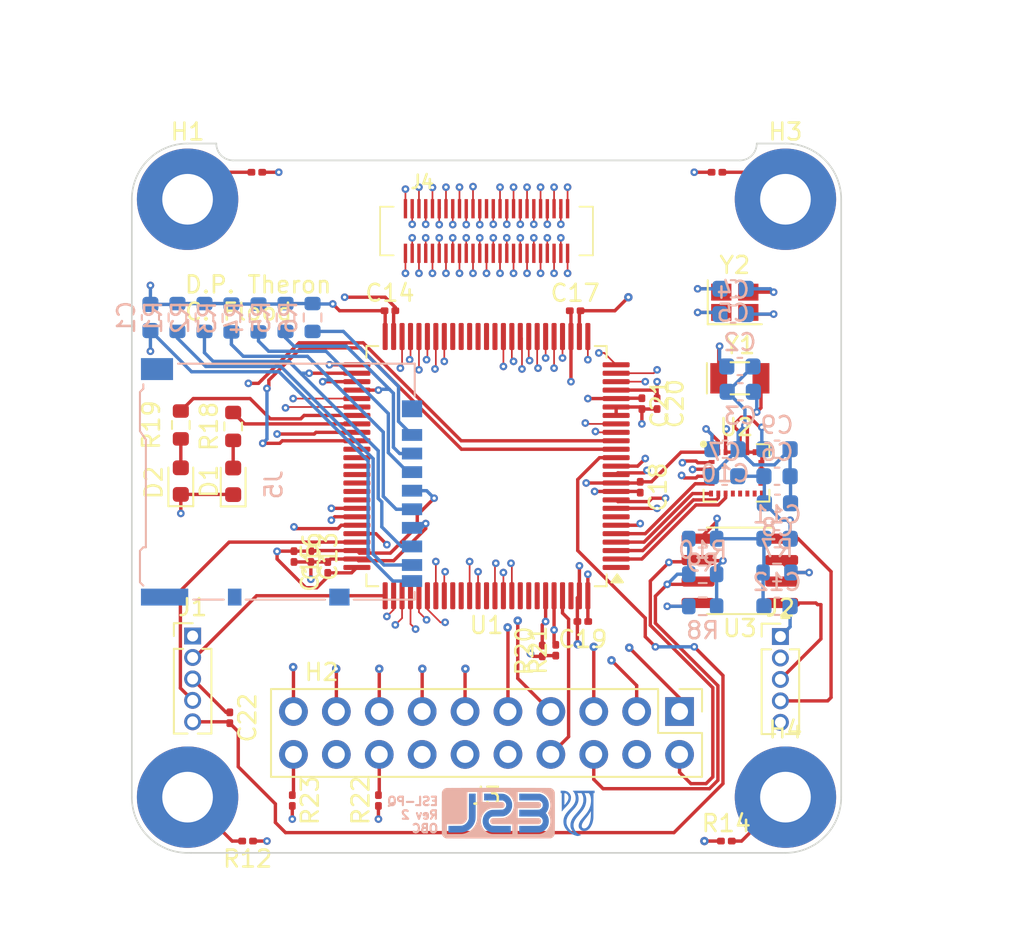
<source format=kicad_pcb>
(kicad_pcb (version 20240108) (generator "pcbnew") (generator_version "8.0")
  (title_block (title "Development of an ADCS for a PocketQube") (date "2023-09-06") (comment 2 "PCB Design") (comment 3 "22619291") (comment 4 "DP Theron"))
  (layers (0 "F.Cu" signal) (1 "In1.Cu" mixed) (2 "In2.Cu" mixed) (31 "B.Cu" signal) (34 "B.Paste" user) (35 "F.Paste" user) (36 "B.SilkS" user "B.Silkscreen") (37 "F.SilkS" user "F.Silkscreen") (38 "B.Mask" user) (39 "F.Mask" user) (44 "Edge.Cuts" user))
  (net 0 "")
  (net 1 "OSC_IN")
  (net 2 "OSC_OUT")
  (net 3 "OSC32_IN")
  (net 4 "OSC32_OUT")
  (net 5 "NRST")
  (net 6 "SPI NSS")
  (net 7 "SPI MOSI")
  (net 8 "SPI SCK")
  (net 9 "SPI MISO")
  (net 10 "SCL")
  (net 11 "SDA")
  (net 13 "USART RX")
  (net 14 "USART TX")
  (net 15 "DCap")
  (net 19 "SWCLK")
  (net 20 "SWDIO")
  (net 26 "SAOG")
  (net 27 "SAOM")
  (net 28 "CSAG")
  (net 29 "CSM")
  (net 30 "GND")
  (net 31 "Net-(U2-CAP)")
  (net 32 "Net-(U2-C1)")
  (net 33 "Net-(D1-A)")
  (net 34 "Net-(D2-A)")
  (net 35 "Net-(H1-Pad1)")
  (net 36 "Net-(H2-Pad1)")
  (net 37 "Net-(H3-Pad1)")
  (net 38 "Net-(H4-Pad1)")
  (net 39 "EPS-RST")
  (net 40 "Net-(J5-DAT2)")
  (net 41 "3V3")
  (net 42 "PPS")
  (net 43 "5V")
  (net 44 "PWR")
  (net 45 "TX")
  (net 46 "RS-EN")
  (net 47 "RS-A")
  (net 48 "RS-B")
  (net 49 "Net-(J5-DAT1)")
  (net 59 "S2_3V3")
  (net 60 "I2C-SDA")
  (net 61 "I2C-SCL")
  (net 62 "S1_5V")
  (net 63 "S2_5V")
  (net 64 "Unreg Solar")
  (net 65 "Unreg Bat")
  (net 76 "DB8")
  (net 77 "DB3")
  (net 78 "/Daughterboard Connector/DB43")
  (net 79 "/Daughterboard Connector/DB31")
  (net 80 "DB26")
  (net 81 "DB4")
  (net 82 "/Daughterboard Connector/DB35")
  (net 83 "DB50")
  (net 84 "DB19")
  (net 85 "DB38")
  (net 86 "DB13")
  (net 87 "DB46")
  (net 88 "DB24")
  (net 89 "/Daughterboard Connector/DB39")
  (net 90 "DB23")
  (net 91 "/Daughterboard Connector/DB27")
  (net 92 "DB37")
  (net 93 "DB32")
  (net 94 "DB20")
  (net 95 "DB45")
  (net 96 "DB29")
  (net 97 "DB25")
  (net 98 "DB16")
  (net 99 "DB42")
  (net 100 "DB11")
  (net 101 "DB21")
  (net 102 "DB41")
  (net 103 "DB49")
  (net 104 "DB12")
  (net 105 "DB34")
  (net 106 "DB17")
  (net 107 "DB15")
  (net 108 "DB28")
  (net 109 "DB2")
  (net 110 "DB5")
  (net 111 "DB33")
  (net 112 "DB7")
  (net 113 "DB1")
  (net 114 "DB30")
  (net 115 "DB9")
  (footprint "Skripsie:R_0201_0603Metric" (layer "F.Cu") (at 263.145 24.5)
    (property "Reference" "R13" (hide yes))
    (property "Value" "0")
  )
  (footprint "Skripsie:C_0201_0603Metric" (layer "F.Cu") (at 255.2 51.1 180)
    (property "Reference" "C19")
    (property "Value" "100n")
  )
  (footprint "LED_SMD:LED_0603_1608Metric" (layer "F.Cu") (at 231.4 42.7875 90)
    (property "Reference" "D2")
    (property "Value" "LED")
  )
  (footprint "Package_QFP:LQFP-100_14x14mm_P0.5mm" (layer "F.Cu") (at 249.5 41.9 180)
    (property "Reference" "U1")
    (property "Value" "STM32L496VGTx")
  )
  (footprint "Skripsie:R_0201_0603Metric" (layer "F.Cu") (at 235.355 64.1 180)
    (property "Reference" "R12")
    (property "Value" "0")
  )
  (footprint "Skripsie:R_0201_0603Metric" (layer "F.Cu") (at 252.8 52.845 90)
    (property "Reference" "R20")
    (property "Value" "4k7")
  )
  (footprint "Skripsie:PinHeader_1x05_P1.27mm_Vertical" (layer "F.Cu") (at 232.1 51.96)
    (property "Reference" "J1")
    (property "Value" "Conn_01x05")
  )
  (footprint "Skripsie:C_0201_0603Metric" (layer "F.Cu") (at 240.1 47.9 90)
    (property "Reference" "C15")
    (property "Value" "100n")
  )
  (footprint "MountingHole:MountingHole_3mm_Pad" (layer "F.Cu") (at 267.2 61.5)
    (property "Reference" "H4")
    (property "Value" "MountingHole_Pad")
  )
  (footprint "Skripsie:LGA-24L_3x3.5mm_P0.43mm" (layer "F.Cu") (at 264.3 42.3)
    (property "Reference" "U2")
    (property "Value" "LSM9DS1TR")
  )
  (footprint "Skripsie:R_0201_0603Metric" (layer "F.Cu") (at 235.9 24.5 180)
    (property "Reference" "R11" (hide yes))
    (property "Value" "0")
  )
  (footprint "Skripsie:C_0201_0603Metric" (layer "F.Cu") (at 258.7 38.2 -90)
    (property "Reference" "C21")
    (property "Value" "1u")
  )
  (footprint "MountingHole:MountingHole_3mm_Pad" (layer "F.Cu") (at 267.2 26.1)
    (property "Reference" "H3")
    (property "Value" "MountingHole_Pad")
  )
  (footprint "Skripsie:R_0201_0603Metric" (layer "F.Cu") (at 243.1 61.7 90)
    (property "Reference" "R22")
    (property "Value" "4k7")
  )
  (footprint "Skripsie:C_0201_0603Metric" (layer "F.Cu") (at 254.75 32.7)
    (property "Reference" "C17")
    (property "Value" "100n")
  )
  (footprint "Skripsie:C_0201_0603Metric" (layer "F.Cu") (at 234.3 56.8 -90)
    (property "Reference" "C22")
    (property "Value" "100n")
  )
  (footprint "ESL_PQ:ESL_PQ_Main_Header" (layer "F.Cu") (at 249.5 56.43)
    (property "Reference" "J3")
    (property "Value" "ESL_PQ_MainHeader")
  )
  (footprint "MountingHole:MountingHole_3mm_Pad" (layer "F.Cu") (at 231.8 61.5)
    (property "Reference" "H2")
    (property "Value" "MountingHole_Pad")
  )
  (footprint "Skripsie:HRS_DF40C-50DS-0.4V(51)" (layer "F.Cu") (at 249.5 27.98)
    (property "Reference" "J4")
    (property "Value" "Conn_02x25_Odd_Even")
  )
  (footprint "Skripsie:C_0201_0603Metric" (layer "F.Cu") (at 239.1 47.255 -90)
    (property "Reference" "C13")
    (property "Value" "10u")
  )
  (footprint "Skripsie:PinHeader_1x05_P1.27mm_Vertical" (layer "F.Cu") (at 266.9 51.99)
    (property "Reference" "J2")
    (property "Value" "Conn_01x05")
  )
  (footprint "Skripsie:R_0201_0603Metric" (layer "F.Cu") (at 253.6 52.8 90)
    (property "Reference" "R21")
    (property "Value" "4k7")
  )
  (footprint "Resistor_SMD:R_0603_1608Metric" (layer "F.Cu") (at 234.5 39.55 90)
    (property "Reference" "R18")
    (property "Value" "165")
  )
  (footprint "Skripsie:Crystal_SMD_EuroQuartz_EQ161-2Pin_3.2x1.5mm" (layer "F.Cu") (at 264.5 36.7)
    (property "Reference" "Y1")
    (property "Value" "32.768 kHz")
  )
  (footprint "Skripsie:C_0201_0603Metric" (layer "F.Cu") (at 238.1 47.255 -90)
    (property "Reference" "C16")
    (property "Value" "100n")
  )
  (footprint "Package_SO:SOIC-8_3.9x4.9mm_P1.27mm" (layer "F.Cu") (at 264.5 48.1 180)
    (property "Reference" "U3")
    (property "Value" "MAX485EDA")
  )
  (footprint "Skripsie:C_0201_0603Metric" (layer "F.Cu") (at 259.6 38.2 -90)
    (property "Reference" "C20")
    (property "Value" "1u")
  )
  (footprint "Skripsie:C_0201_0603Metric" (layer "F.Cu") (at 243.78 32.7)
    (property "Reference" "C14")
    (property "Value" "100n")
  )
  (footprint "Skripsie:Crystal_SMD_EuroQuartz_X22-4Pin_2.5x2.0mm" (layer "F.Cu") (at 264.2 32.2)
    (property "Reference" "Y2")
    (property "Value" "16 MHz")
  )
  (footprint "MountingHole:MountingHole_3mm_Pad" (layer "F.Cu") (at 231.8 26.1)
    (property "Reference" "H1")
    (property "Value" "MountingHole_Pad")
  )
  (footprint "Skripsie:R_0201_0603Metric" (layer "F.Cu") (at 263.7 64.1)
    (property "Reference" "R14")
    (property "Value" "0")
  )
  (footprint "Resistor_SMD:R_0603_1608Metric" (layer "F.Cu") (at 231.4 39.4625 90)
    (property "Reference" "R19")
    (property "Value" "165")
  )
  (footprint "LED_SMD:LED_0603_1608Metric" (layer "F.Cu") (at 234.5 42.8 90)
    (property "Reference" "D1")
    (property "Value" "LED")
  )
  (footprint "Skripsie:C_0201_0603Metric" (layer "F.Cu") (at 258.6 43.15 -90)
    (property "Reference" "C18")
    (property "Value" "100n")
  )
  (footprint "Skripsie:R_0201_0603Metric" (layer "F.Cu") (at 238 61.7 -90)
    (property "Reference" "R23")
    (property "Value" "4k7")
  )
  (footprint "LOGO" (layer "B.Cu") (at 250.2 62.45 180)
    (property "Reference" "G***" (hide yes))
    (property "Value" "LOGO" (hide yes))
  )
  (footprint "Capacitor_SMD:C_0603_1608Metric" (layer "B.Cu") (at 264.1 31.4)
    (property "Reference" "C5")
    (property "Value" "12p")
  )
  (footprint "Resistor_SMD:R_0603_1608Metric" (layer "B.Cu") (at 262.3 50.2)
    (property "Reference" "R8")
    (property "Value" "4k7")
  )
  (footprint "Capacitor_SMD:C_0603_1608Metric" (layer "B.Cu") (at 264.5 36 180)
    (property "Reference" "C2")
    (property "Value" "8p")
  )
  (footprint "Capacitor_SMD:C_0603_1608Metric" (layer "B.Cu") (at 229.6 33.1 -90)
    (property "Reference" "C1")
    (property "Value" "10u")
  )
  (footprint "Resistor_SMD:R_0603_1608Metric" (layer "B.Cu") (at 237.6 33.1 -90)
    (property "Reference" "R5")
    (property "Value" "4k7")
  )
  (footprint "Capacitor_SMD:C_0603_1608Metric" (layer "B.Cu") (at 266.7 42.5 180)
    (property "Reference" "C6")
    (property "Value" "100n")
  )
  (footprint "Resistor_SMD:R_0603_1608Metric" (layer "B.Cu") (at 262.3 48.3 180)
    (property "Reference" "R10")
    (property "Value" "120k")
  )
  (footprint "Capacitor_SMD:C_0603_1608Metric" (layer "B.Cu") (at 266.7 40.9 180)
    (property "Reference" "C9")
    (property "Value" "10n")
  )
  (footprint "Capacitor_SMD:C_0603_1608Metric" (layer "B.Cu") (at 266.725 44.1)
    (property "Reference" "C8")
    (property "Value" "10u")
  )
  (footprint "Capacitor_SMD:C_0603_1608Metric" (layer "B.Cu") (at 266.7 46.2 180)
    (property "Reference" "C11")
    (property "Value" "100n")
  )
  (footprint "Resistor_SMD:R_0603_1608Metric" (layer "B.Cu") (at 239.2 33.1 -90)
    (property "Reference" "R6")
    (property "Value" "4k7")
  )
  (footprint "Resistor_SMD:R_0603_1608Metric" (layer "B.Cu") (at 236 33.13 -90)
    (property "Reference" "R4")
    (property "Value" "4k7")
  )
  (footprint "Resistor_SMD:R_0603_1608Metric" (layer "B.Cu") (at 234.395 33.13 -90)
    (property "Reference" "R3")
    (property "Value" "4k7")
  )
  (footprint "Resistor_SMD:R_0603_1608Metric" (layer "B.Cu") (at 231.2 33.1 -90)
    (property "Reference" "R1")
    (property "Value" "4k7")
  )
  (footprint "Skripsie:microSD_HC_Hirose_DM3AT-SF-PEJM5" (layer "B.Cu") (at 237.365 42.83 90)
    (property "Reference" "J5")
    (property "Value" "Micro_SD_Card")
  )
  (footprint "Resistor_SMD:R_0603_1608Metric" (layer "B.Cu") (at 266.7 48.2 180)
    (property "Reference" "R7")
    (property "Value" "4k7")
  )
  (footprint "Capacitor_SMD:C_0603_1608Metric" (layer "B.Cu") (at 266.7 50.2 180)
    (property "Reference" "C12")
    (property "Value" "10u")
  )
  (footprint "Capacitor_SMD:C_0603_1608Metric" (layer "B.Cu") (at 264.525 37.5)
    (property "Reference" "C3")
    (property "Value" "8p")
  )
  (footprint "Capacitor_SMD:C_0603_1608Metric" (layer "B.Cu") (at 264.1 32.9 180)
    (property "Reference" "C4")
    (property "Value" "12p")
  )
  (footprint "LOGO" (layer "B.Cu") (at 250.2 62.45 180)
    (property "Reference" "G***" (hide yes))
    (property "Value" "LOGO" (hide yes))
  )
  (footprint "Capacitor_SMD:C_0603_1608Metric" (layer "B.Cu") (at 263.6 42.5 180)
    (property "Reference" "C7")
    (property "Value" "100n")
  )
  (footprint "Resistor_SMD:R_0603_1608Metric" (layer "B.Cu") (at 262.3 46.2)
    (property "Reference" "R9")
    (property "Value" "4k7")
  )
  (footprint "LOGO" (layer "B.Cu") (at 254.9 62.45 180)
    (property "Reference" "G***" (hide yes))
    (property "Value" "LOGO" (hide yes))
  )
  (footprint "Resistor_SMD:R_0603_1608Metric" (layer "B.Cu") (at 232.8 33.1 -90)
    (property "Reference" "R2")
    (property "Value" "4k7")
  )
  (footprint "Capacitor_SMD:C_0603_1608Metric" (layer "B.Cu") (at 263.625 40.9)
    (property "Reference" "C10")
    (property "Value" "100n")
  )
  (gr_arc (start 270.5 61.5) (mid 269.533452 63.833452) (end 267.2 64.8) (stroke (width 0.1)) (layer "Edge.Cuts"))
  (gr_arc (start 231.8 64.8) (mid 229.466548 63.833452) (end 228.5 61.5) (stroke (width 0.1)) (layer "Edge.Cuts"))
  (gr_line (start 232 64.8) (end 267.2 64.8) (stroke (width 0.1)) (layer "Edge.Cuts"))
  (gr_line (start 265.5 22.8) (end 267.2 22.8) (stroke (width 0.1)) (layer "Edge.Cuts"))
  (gr_arc (start 228.5 26.1) (mid 229.466548 23.766548) (end 231.8 22.8) (stroke (width 0.1)) (layer "Edge.Cuts"))
  (gr_line (start 270.5 26.1) (end 270.5 61.5) (stroke (width 0.1)) (layer "Edge.Cuts"))
  (gr_line (start 234.5 23.8) (end 264.5 23.8) (stroke (width 0.1)) (layer "Edge.Cuts"))
  (gr_arc (start 265.5 22.8) (mid 265.207107 23.507107) (end 264.5 23.8) (stroke (width 0.1)) (layer "Edge.Cuts"))
  (gr_arc (start 267.2 22.8) (mid 269.533452 23.766548) (end 270.5 26.1) (stroke (width 0.1)) (layer "Edge.Cuts"))
  (gr_line (start 232 64.8) (end 231.833452 64.796548) (stroke (width 0.1)) (layer "Edge.Cuts"))
  (gr_line (start 228.5 26.1) (end 228.5 61.5) (stroke (width 0.1)) (layer "Edge.Cuts"))
  (gr_arc (start 234.5 23.8) (mid 233.792893 23.507107) (end 233.5 22.8) (stroke (width 0.1)) (layer "Edge.Cuts"))
  (gr_line (start 233.5 22.8) (end 231.8 22.8) (stroke (width 0.1)) (layer "Edge.Cuts"))
  (gr_text "ESL-PQ\nRev 2\nOBC" (at 246.7 63.65 0) (layer "B.SilkS") (effects (font (size 0.5 0.5) (thickness 0.125) (bold yes)) (justify left bottom mirror)))
  (gr_text "D.P. Theron\nC. Flood" (at 231.55 33.35 0) (layer "F.SilkS") (effects (font (size 1 1)) (justify left bottom)))
  (segment (start 257.275 42.3) (end 257.175 42.4) (width 0.2) (layer "F.Cu") (net 1))
  (segment (start 258.85 42.3) (end 257.275 42.3) (width 0.2) (layer "F.Cu") (net 1))
  (segment (start 259 42.15) (end 258.85 42.3) (width 0.2) (layer "F.Cu") (net 1))
  (segment (start 263.4 32.8) (end 262 32.8) (width 0.2) (layer "F.Cu") (net 1))
  (via (at 262 32.8) (size 0.45) (drill 0.2) (layers "F.Cu" "B.Cu") (net 1))
  (via (at 259 42.15) (size 0.45) (drill 0.2) (layers "F.Cu" "B.Cu") (net 1))
  (segment (start 262 32.8) (end 263.225 32.8) (width 0.2) (layer "B.Cu") (net 1))
  (segment (start 263.225 32.8) (end 263.325 32.9) (width 0.2) (layer "B.Cu") (net 1))
  (segment (start 258.45 41.9) (end 257.175 41.9) (width 0.2) (layer "F.Cu") (net 2))
  (segment (start 258.9 41.45) (end 258.45 41.9) (width 0.2) (layer "F.Cu") (net 2))
  (segment (start 265 31.6) (end 266.5 31.6) (width 0.2) (layer "F.Cu") (net 2))
  (via (at 266.5 31.6) (size 0.45) (drill 0.2) (layers "F.Cu" "B.Cu") (net 2))
  (via (at 258.9 41.45) (size 0.45) (drill 0.2) (layers "F.Cu" "B.Cu") (net 2))
  (segment (start 264.875 31.4) (end 266.3 31.4) (width 0.2) (layer "B.Cu") (net 2))
  (segment (start 266.3 31.4) (end 266.5 31.6) (width 0.2) (layer "B.Cu") (net 2))
  (segment (start 263.25 34.85) (end 263.3 34.8) (width 0.2) (layer "F.Cu") (net 3))
  (segment (start 259.6 44.4) (end 257.175 44.4) (width 0.2) (layer "F.Cu") (net 3))
  (segment (start 263.25 36.7) (end 263.25 34.85) (width 0.2) (layer "F.Cu") (net 3))
  (via (at 263.3 34.8) (size 0.45) (drill 0.2) (layers "F.Cu" "B.Cu") (net 3))
  (via (at 259.6 44.4) (size 0.45) (drill 0.2) (layers "F.Cu" "B.Cu") (net 3))
  (segment (start 263.3 35.575) (end 263.725 36) (width 0.2) (layer "B.Cu") (net 3))
  (segment (start 263.3 34.8) (end 263.3 35.575) (width 0.2) (layer "B.Cu") (net 3))
  (segment (start 257.275 44) (end 257.175 43.9) (width 0.2) (layer "F.Cu") (net 4))
  (segment (start 265.75 36.7) (end 265.75 38.45) (width 0.2) (layer "F.Cu") (net 4))
  (segment (start 265.75 38.45) (end 265.5 38.7) (width 0.2) (layer "F.Cu") (net 4))
  (segment (start 259.3 43.8) (end 259.1 44) (width 0.2) (layer "F.Cu") (net 4))
  (segment (start 259.1 44) (end 257.275 44) (width 0.2) (layer "F.Cu") (net 4))
  (segment (start 260.1 43.8) (end 259.3 43.8) (width 0.2) (layer "F.Cu") (net 4))
  (via (at 265.5 38.7) (size 0.45) (drill 0.2) (layers "F.Cu" "B.Cu") (net 4))
  (via (at 260.1 43.8) (size 0.45) (drill 0.2) (layers "F.Cu" "B.Cu") (net 4))
  (segment (start 265.5 37.7) (end 265.3 37.5) (width 0.2) (layer "B.Cu") (net 4))
  (segment (start 265.5 38.7) (end 265.5 37.7) (width 0.2) (layer "B.Cu") (net 4))
  (segment (start 234.22 57.04) (end 234.3 57.12) (width 0.2) (layer "F.Cu") (net 5))
  (segment (start 257.175 41.4) (end 256.192893 41.4) (width 0.2) (layer "F.Cu") (net 5))
  (segment (start 256.192893 41.4) (end 254.9 42.692893) (width 0.2) (layer "F.Cu") (net 5))
  (segment (start 237.6 63.6) (end 237 63) (width 0.2) (layer "F.Cu") (net 5))
  (segment (start 234.8 57.62) (end 234.3 57.12) (width 0.2) (layer "F.Cu") (net 5))
  (segment (start 237 63) (end 237 61.9) (width 0.2) (layer "F.Cu") (net 5))
  (segment (start 260.6 63.6) (end 237.6 63.6) (width 0.2) (layer "F.Cu") (net 5))
  (segment (start 254.9 42.692893) (end 254.9 46.9) (width 0.2) (layer "F.Cu") (net 5))
  (segment (start 263.5 60.7) (end 260.6 63.6) (width 0.2) (layer "F.Cu") (net 5))
  (segment (start 261.8 52.6) (end 263.5 54.3) (width 0.2) (layer "F.Cu") (net 5))
  (segment (start 254.9 46.9) (end 258.9 50.9) (width 0.2) (layer "F.Cu") (net 5))
  (segment (start 237 61.9) (end 234.8 59.7) (width 0.2) (layer "F.Cu") (net 5))
  (segment (start 263.5 54.3) (end 263.5 60.7) (width 0.2) (layer "F.Cu") (net 5))
  (segment (start 258.9 52) (end 259.5 52.6) (width 0.2) (layer "F.Cu") (net 5))
  (segment (start 258.9 50.9) (end 258.9 52) (width 0.2) (layer "F.Cu") (net 5))
  (segment (start 232.1 57.04) (end 234.22 57.04) (width 0.2) (layer "F.Cu") (net 5))
  (segment (start 234.8 59.7) (end 234.8 57.62) (width 0.2) (layer "F.Cu") (net 5))
  (via (at 261.8 52.6) (size 0.45) (drill 0.2) (layers "F.Cu" "B.Cu") (net 5))
  (via (at 259.5 52.6) (size 0.45) (drill 0.2) (layers "F.Cu" "B.Cu") (net 5))
  (segment (start 259.5 52.6) (end 261.8 52.6) (width 0.2) (layer "B.Cu") (net 5))
  (segment (start 243.1 37.4) (end 241.825 37.4) (width 0.2) (layer "F.Cu") (net 6))
  (via (at 243.1 37.4) (size 0.45) (drill 0.2) (layers "F.Cu" "B.Cu") (net 6))
  (segment (start 243.987868 37.587868) (end 243.987868 40.787868) (width 0.2) (layer "B.Cu") (net 6))
  (segment (start 237.6 34.3) (end 238.1 34.8) (width 0.2) (layer "B.Cu") (net 6))
  (segment (start 244.355 41.155) (end 245.09 41.155) (width 0.2) (layer "B.Cu") (net 6))
  (segment (start 243.15 37.35) (end 243.1 37.4) (width 0.2) (layer "B.Cu") (net 6))
  (segment (start 243.75 37.35) (end 243.15 37.35) (width 0.2) (layer "B.Cu") (net 6))
  (segment (start 238.1 34.8) (end 241.2 34.8) (width 0.2) (layer "B.Cu") (net 6))
  (segment (start 243.987868 40.787868) (end 244.355 41.155) (width 0.2) (layer "B.Cu") (net 6))
  (segment (start 241.2 34.8) (end 243.75 37.35) (width 0.2) (layer "B.Cu") (net 6))
  (segment (start 243.75 37.35) (end 243.987868 37.587868) (width 0.2) (layer "B.Cu") (net 6))
  (segment (start 237.6 33.925) (end 237.6 34.3) (width 0.2) (layer "B.Cu") (net 6))
  (segment (start 240.2 35.9) (end 241.825 35.9) (width 0.2) (layer "F.Cu") (net 7))
  (via (at 240.2 35.9) (size 0.45) (drill 0.2) (layers "F.Cu" "B.Cu") (net 7))
  (segment (start 240.75 35.85) (end 240.25 35.85) (width 0.2) (layer "B.Cu") (net 7))
  (segment (start 240.75 35.85) (end 243.687868 38.787868) (width 0.2) (layer "B.Cu") (net 7))
  (segment (start 244.84 42.255) (end 245.09 42.255) (width 0.2) (layer "B.Cu") (net 7))
  (segment (start 236 33.955) (end 236 34.5) (width 0.2) (layer "B.Cu") (net 7))
  (segment (start 243.687868 38.787868) (end 243.687868 41.102868) (width 0.2) (layer "B.Cu") (net 7))
  (segment (start 236.6 35.1) (end 240 35.1) (width 0.2) (layer "B.Cu") (net 7))
  (segment (start 240 35.1) (end 240.75 35.85) (width 0.2) (layer "B.Cu") (net 7))
  (segment (start 243.687868 41.102868) (end 244.84 42.255) (width 0.2) (layer "B.Cu") (net 7))
  (segment (start 240.25 35.85) (end 240.2 35.9) (width 0.2) (layer "B.Cu") (net 7))
  (segment (start 236 34.5) (end 236.6 35.1) (width 0.2) (layer "B.Cu") (net 7))
  (segment (start 239.8 36.9) (end 241.825 36.9) (width 0.2) (layer "F.Cu") (net 8))
  (via (at 239.8 36.9) (size 0.45) (drill 0.2) (layers "F.Cu" "B.Cu") (net 8))
  (segment (start 238.9 35.4) (end 240.3 36.8) (width 0.2) (layer "B.Cu") (net 8))
  (segment (start 243.387868 43.687868) (end 244.155 44.455) (width 0.2) (layer "B.Cu") (net 8))
  (segment (start 243.387868 39.887868) (end 243.387868 43.687868) (width 0.2) (layer "B.Cu") (net 8))
  (segment (start 239.9 36.8) (end 239.8 36.9) (width 0.2) (layer "B.Cu") (net 8))
  (segment (start 234.395 33.955) (end 234.395 34.695) (width 0.2) (layer "B.Cu") (net 8))
  (segment (start 240.3 36.8) (end 239.9 36.8) (width 0.2) (layer "B.Cu") (net 8))
  (segment (start 235.1 35.4) (end 238.9 35.4) (width 0.2) (layer "B.Cu") (net 8))
  (segment (start 244.155 44.455) (end 245.09 44.455) (width 0.2) (layer "B.Cu") (net 8))
  (segment (start 234.395 34.695) (end 235.1 35.4) (width 0.2) (layer "B.Cu") (net 8))
  (segment (start 240.3 36.8) (end 243.387868 39.887868) (width 0.2) (layer "B.Cu") (net 8))
  (segment (start 239 36.4) (end 241.825 36.4) (width 0.2) (layer "F.Cu") (net 9))
  (via (at 239 36.4) (size 0.45) (drill 0.2) (layers "F.Cu" "B.Cu") (net 9))
  (segment (start 238.6 36.4) (end 239 36.4) (width 0.2) (layer "B.Cu") (net 9))
  (segment (start 243.3 45.5) (end 243.3 44.024264) (width 0.2) (layer "B.Cu") (net 9))
  (segment (start 233.316618 35.7) (end 232.8 35.183382) (width 0.2) (layer "B.Cu") (net 9))
  (segment (start 243.087868 40.987868) (end 238.55 36.45) (width 0.2) (layer "B.Cu") (net 9))
  (segment (start 243.087868 43.812132) (end 243.087868 40.987868) (width 0.2) (layer "B.Cu") (net 9))
  (segment (start 237.8 35.7) (end 233.316618 35.7) (width 0.2) (layer "B.Cu") (net 9))
  (segment (start 232.75 34) (end 232.795 33.955) (width 0.2) (layer "B.Cu") (net 9))
  (segment (start 245.09 46.655) (end 244.455 46.655) (width 0.2) (layer "B.Cu") (net 9))
  (segment (start 238.55 36.45) (end 238.6 36.4) (width 0.2) (layer "B.Cu") (net 9))
  (segment (start 232.8 35.183382) (end 232.8 33.925) (width 0.2) (layer "B.Cu") (net 9))
  (segment (start 243.3 44.024264) (end 243.087868 43.812132) (width 0.2) (layer "B.Cu") (net 9))
  (segment (start 238.55 36.45) (end 237.8 35.7) (width 0.2) (layer "B.Cu") (net 9))
  (segment (start 244.455 46.655) (end 243.3 45.5) (width 0.2) (layer "B.Cu") (net 9))
  (segment (start 261.1 41.7) (end 261.2 41.6) (width 0.2) (layer "F.Cu") (net 10))
  (segment (start 262.78 41.7) (end 262.825 41.655) (width 0.2) (layer "F.Cu") (net 10))
  (segment (start 252.8 52.525) (end 252.8 51.3) (width 0.2) (layer "F.Cu") (net 10))
  (segment (start 252.8 51.3) (end 253 51.1) (width 0.2) (layer "F.Cu") (net 10))
  (segment (start 261.907107 41.6) (end 262.007107 41.7) (width 0.2) (layer "F.Cu") (net 10))
  (segment (start 262.007107 41.7) (end 262.78 41.7) (width 0.2) (layer "F.Cu") (net 10))
  (segment (start 261.2 41.6) (end 261.907107 41.6) (width 0.2) (layer "F.Cu") (net 10))
  (segment (start 253 51.1) (end 253 49.575) (width 0.2) (layer "F.Cu") (net 10))
  (via (at 261.1 41.7) (size 0.45) (drill 0.2) (layers "F.Cu" "B.Cu") (net 10))
  (via (at 253 51.1) (size 0.45) (drill 0.2) (layers "F.Cu" "B.Cu") (net 10))
  (segment (start 261.907107 42.6) (end 262.007107 42.5) (width 0.2) (layer "F.Cu") (net 11))
  (segment (start 261.2 42.6) (end 261.907107 42.6) (width 0.2) (layer "F.Cu") (net 11))
  (segment (start 261.05 42.45) (end 261.2 42.6) (width 0.2) (layer "F.Cu") (net 11))
  (segment (start 262.007107 42.5) (end 262.81 42.5) (width 0.2) (layer "F.Cu") (net 11))
  (segment (start 253.5 52.38) (end 253.6 52.48) (width 0.2) (layer "F.Cu") (net 11))
  (segment (start 253.5 51.6) (end 253.5 52.38) (width 0.2) (layer "F.Cu") (net 11))
  (segment (start 253.5 51.6) (end 253.5 49.575) (width 0.2) (layer "F.Cu") (net 11))
  (segment (start 262.81 42.5) (end 262.825 42.515) (width 0.2) (layer "F.Cu") (net 11))
  (via (at 261.05 42.45) (size 0.45) (drill 0.2) (layers "F.Cu" "B.Cu") (net 11))
  (via (at 253.5 51.6) (size 0.45) (drill 0.2) (layers "F.Cu" "B.Cu") (net 11))
  (segment (start 240.315 45.1) (end 240.515 44.9) (width 0.2) (layer "F.Cu") (net 13))
  (segment (start 269.9 48.145001) (end 269.9 55.6) (width 0.2) (layer "F.Cu") (net 13))
  (segment (start 266.975 46.195) (end 267.949999 46.195) (width 0.2) (layer "F.Cu") (net 13))
  (segment (start 240.515 44.9) (end 241.825 44.9) (width 0.2) (layer "F.Cu") (net 13))
  (segment (start 269.9 55.6) (end 269.7 55.8) (width 0.2) (layer "F.Cu") (net 13))
  (segment (start 269.7 55.8) (end 266.9 55.8) (width 0.2) (layer "F.Cu") (net 13))
  (segment (start 267.949999 46.195) (end 269.9 48.145001) (width 0.2) (layer "F.Cu") (net 13))
  (via (at 240.315 45.1) (size 0.45) (drill 0.2) (layers "F.Cu" "B.Cu") (net 13))
  (segment (start 269.3 52.13) (end 269.3 50.1) (width 0.2) (layer "F.Cu") (net 14))
  (segment (start 266.975 50.105) (end 267.949999 50.105) (width 0.2) (layer "F.Cu") (net 14))
  (segment (start 269.3 50.1) (end 269.1 50.1) (width 0.2) (layer "F.Cu") (net 14))
  (segment (start 240.315 44.4) (end 241.825 44.4) (width 0.2) (layer "F.Cu") (net 14))
  (segment (start 266.9 54.53) (end 269.3 52.13) (width 0.2) (layer "F.Cu") (net 14))
  (segment (start 269.005 50.005) (end 266.975 50.005) (width 0.2) (layer "F.Cu") (net 14))
  (segment (start 269.1 50.1) (end 269.005 50.005) (width 0.2) (layer "F.Cu") (net 14))
  (via (at 240.315 44.4) (size 0.45) (drill 0.2) (layers "F.Cu" "B.Cu") (net 14))
  (segment (start 261.017893 41.075) (end 259.262893 42.83) (width 0.2) (layer "F.Cu") (net 15))
  (segment (start 259.6 37.6) (end 259.4 37.4) (width 0.2) (layer "F.Cu") (net 15))
  (segment (start 259.4 37.4) (end 257.175 37.4) (width 0.2) (layer "F.Cu") (net 15))
  (segment (start 263.655 41.075) (end 264.085 41.075) (width 0.2) (layer "F.Cu") (net 15))
  (segment (start 241.825 47.9) (end 241.505 48.22) (width 0.2) (layer "F.Cu") (net 15))
  (segment (start 248.23 53.92) (end 248.25 53.9) (width 0.2) (layer "F.Cu") (net 15))
  (segment (start 239.449999 49.1) (end 238.8 49.1) (width 0.2) (layer "F.Cu") (net 15))
  (segment (start 240.1 48.22) (end 240.1 48.449999) (width 0.2) (layer "F.Cu") (net 15))
  (segment (start 243.807107 47.05) (end 245.4 45.457107) (width 0.2) (layer "F.Cu") (net 15))
  (segment (start 238.1 46.935) (end 237.115 46.935) (width 0.2) (layer "F.Cu") (net 15))
  (segment (start 238.1 46.935) (end 239.1 46.935) (width 0.2) (layer "F.Cu") (net 15))
  (segment (start 257.175 42.9) (end 255.4 42.9) (width 0.2) (layer "F.Cu") (net 15))
  (segment (start 255.5 49.575) (end 255.5 51.08) (width 0.2) (layer "F.Cu") (net 15))
  (segment (start 239.335 46.935) (end 239.37 46.9) (width 0.2) (layer "F.Cu") (net 15))
  (segment (start 262.795 41.075) (end 261.017893 41.075) (width 0.2) (layer "F.Cu") (net 15))
  (segment (start 252.845 53.12) (end 252.8 53.165) (width 0.2) (layer "F.Cu") (net 15))
  (segment (start 245.4 44.8) (end 246.4 43.8) (width 0.2) (layer "F.Cu") (net 15))
  (segment (start 237.1 47.4) (end 237.1 46.95) (width 0.2) (layer "F.Cu") (net 15))
  (segment (start 259.6 37.88) (end 259.6 36.9) (width 0.2) (layer "F.Cu") (net 15))
  (segment (start 258.5 45.4) (end 258.6 45.3) (width 0.2) (layer "F.Cu") (net 15))
  (segment (start 255.5 49.575) (end 255.5 48.3) (width 0.2) (layer "F.Cu") (net 15))
  (segment (start 263.655 39.745) (end 263.7 39.7) (width 0.2) (layer "F.Cu") (net 15))
  (segment (start 243.5 34.225) (end 243.5 32.74) (width 0.2) (layer "F.Cu") (net 15))
  (segment (start 257.195 37.88) (end 257.175 37.9) (width 0.2) (layer "F.Cu") (net 15))
  (segment (start 243.1 62.02) (end 243.1 62.8) (width 0.2) (layer "F.Cu") (net 15))
  (segment (start 262.825 42.085) (end 261.715 42.085) (width 0.2) (layer "F.Cu") (net 15))
  (segment (start 261.715 42.085) (end 261.7 42.1) (width 0.2) (layer "F.Cu") (net 15))
  (segment (start 245.4 45.457107) (end 245.4 44.8) (width 0.2) (layer "F.Cu") (net 15))
  (segment (start 254.5 32.735) (end 254.535 32.7) (width 0.2) (layer "F.Cu") (net 15))
  (segment (start 241.975 47.05) (end 243.807107 47.05) (width 0.2) (layer "F.Cu") (net 15))
  (segment (start 259.262893 42.83) (end 258.6 42.83) (width 0.2) (layer "F.Cu") (net 15))
  (segment (start 261.93 50.2) (end 262.025 50.105) (width 0.2) (layer "F.Cu") (net 15))
  (segment (start 240.8 32.7) (end 240.4 32.3) (width 0.2) (layer "F.Cu") (net 15))
  (segment (start 255.5 51.08) (end 255.52 51.1) (width 0.2) (layer "F.Cu") (net 15))
  (segment (start 238 62.02) (end 238 62.8) (width 0.2) (layer "F.Cu") (net 15))
  (segment (start 254.5 34.225) (end 254.5 36.9) (width 0.2) (layer "F.Cu") (net 15))
  (segment (start 258.7 37.88) (end 257.195 37.88) (width 0.2) (layer "F.Cu") (net 15))
  (segment (start 252.265 53.165) (end 252.1 53) (width 0.2) (layer "F.Cu") (net 15))
  (segment (start 243.46 32.7) (end 240.8 32.7) (width 0.2) (layer "F.Cu") (net 15))
  (segment (start 254.5 34.225) (end 254.5 32.735) (width 0.2) (layer "F.Cu") (net 15))
  (segment (start 241.825 46.9) (end 241.975 47.05) (width 0.2) (layer "F.Cu") (net 15))
  (segment (start 237.115 46.935) (end 237.1 46.95) (width 0.2) (layer "F.Cu") (net 15))
  (segment (start 257.175 45.4) (end 258.5 45.4) (width 0.2) (layer "F.Cu") (net 15))
  (segment (start 259.6 37.88) (end 259.6 37.6) (width 0.2) (layer "F.Cu") (net 15))
  (segment (start 253.6 53.12) (end 252.845 53.12) (width 0.2) (layer "F.Cu") (net 15))
  (segment (start 245.5 26.683882) (end 245.5 25.383882) (width 0.1) (layer "F.Cu") (net 15))
  (segment (start 241.505 48.22) (end 240.1 48.22) (width 0.2) (layer "F.Cu") (net 15))
  (segment (start 258.53 42.9) (end 258.6 42.83) (width 0.2) (layer "F.Cu") (net 15))
  (segment (start 252.8 53.165) (end 252.265 53.165) (width 0.2) (layer "F.Cu") (net 15))
  (segment (start 255.5 37.9) (end 257.175 37.9) (width 0.2) (layer "F.Cu") (net 15))
  (segment (start 260.2 50.2) (end 261.93 50.2) (width 0.2) (layer "F.Cu") (net 15))
  (segment (start 239.1 46.935) (end 239.335 46.935) (width 0.2) (layer "F.Cu") (net 15))
  (segment (start 257.175 42.9) (end 258.53 42.9) (width 0.2) (layer "F.Cu") (net 15))
  (segment (start 239.37 46.9) (end 241.825 46.9) (width 0.2) (layer "F.Cu") (net 15))
  (segment (start 248.23 56.43) (end 248.23 53.92) (width 0.2) (layer "F.Cu") (net 15))
  (segment (start 238.8 49.1) (end 237.1 47.4) (width 0.2) (layer "F.Cu") (net 15))
  (segment (start 243.5 32.74) (end 243.46 32.7) (width 0.2) (layer "F.Cu") (net 15))
  (segment (start 263.655 41.075) (end 263.655 39.745) (width 0.2) (layer "F.Cu") (net 15))
  (segment (start 240.1 48.449999) (end 239.449999 49.1) (width 0.2) (layer "F.Cu") (net 15))
  (via (at 245.5 25.383882) (size 0.45) (drill 0.2) (layers "F.Cu" "B.Cu") (net 15))
  (via (at 243.1 62.8) (size 0.45) (drill 0.2) (layers "F.Cu" "B.Cu") (net 15))
  (via (at 237.1 46.95) (size 0.45) (drill 0.2) (layers "F.Cu" "B.Cu") (net 15))
  (via (at 237.1 46.95) (size 0.45) (drill 0.2) (layers "F.Cu" "B.Cu") (net 15))
  (via (at 238 62.8) (size 0.45) (drill 0.2) (layers "F.Cu" "B.Cu") (net 15))
  (via (at 267.475 45.1) (size 0.45) (drill 0.2) (layers "F.Cu" "B.Cu") (net 15))
  (via (at 252.1 53) (size 0.45) (drill 0.2) (layers "F.Cu" "B.Cu") (net 15))
  (via (at 258.6 45.3) (size 0.45) (drill 0.2) (layers "F.Cu" "B.Cu") (net 15))
  (via (at 261.7 42.1) (size 0.45) (drill 0.2) (layers "F.Cu" "B.Cu") (net 15))
  (via (at 263.7 39.7) (size 0.45) (drill 0.2) (layers "F.Cu" "B.Cu") (net 15))
  (via (at 255.4 42.9) (size 0.45) (drill 0.2) (layers "F.Cu" "B.Cu") (net 15))
  (via (at 246.4 43.8) (size 0.45) (drill 0.2) (layers "F.Cu" "B.Cu") (net 15))
  (via (at 255.5 37.9) (size 0.45) (drill 0.2) (layers "F.Cu" "B.Cu") (net 15))
  (via (at 260.2 50.2) (size 0.45) (drill 0.2) (layers "F.Cu" "B.Cu") (net 15))
  (via (at 254.5 36.9) (size 0.45) (drill 0.2) (layers "F.Cu" "B.Cu") (net 15))
  (via (at 248.25 53.9) (size 0.5) (drill 0.2) (layers "F.Cu" "B.Cu") (net 15))
  (via (at 259.6 36.9) (size 0.45) (drill 0.2) (layers "F.Cu" "B.Cu") (net 15))
  (via (at 255.5 48.3) (size 0.45) (drill 0.2) (layers "F.Cu" "B.Cu") (net 15))
  (via (at 229.6 31.2) (size 0.45) (drill 0.2) (layers "F.Cu" "B.Cu") (net 15))
  (via (at 240.4 32.3) (size 0.45) (drill 0.2) (layers "F.Cu" "B.Cu") (net 15))
  (segment (start 232.8 32.275) (end 234.365 32.275) (width 0.2) (layer "B.Cu") (net 15))
  (segment (start 240.4 32.3) (end 239.225 32.3) (width 0.2) (layer "B.Cu") (net 15))
  (segment (start 267.475 45.1) (end 267.475 46.2) (width 0.2) (layer "B.Cu") (net 15))
  (segment (start 231.15 32.325) (end 231.2 32.275) (width 0.2) (layer "B.Cu") (net 15))
  (segment (start 261.475 50.2) (end 260.2 50.2) (width 0.2) (layer "B.Cu") (net 15))
  (segment (start 237.6 32.275) (end 239.2 32.275) (width 0.2) (layer "B.Cu") (net 15))
  (segment (start 265.95 44.1) (end 266.95 45.1) (width 0.2) (layer "B.Cu") (net 15))
  (segment (start 265.95 44.1) (end 265.95 42.525) (width 0.2) (layer "B.Cu") (net 15))
  (segment (start 237.645 32.355) (end 237.595 32.305) (width 0.2) (layer "B.Cu") (net 15))
  (segment (start 229.6 32.325) (end 229.6 31.2) (width 0.2) (layer "B.Cu") (net 15))
  (segment (start 245.09 43.355) (end 245.955 43.355) (width 0.2) (layer "B.Cu") (net 15))
  (segment (start 236 32.305) (end 237.57 32.305) (width 0.2) (layer "B.Cu") (net 15))
  (segment (start 267.475 50.2) (end 267.475 51.415) (width 0.2) (layer "B.Cu") (net 15))
  (segment (start 237.57 32.305) (end 237.6 32.275) (width 0.2) (layer "B.Cu") (net 15))
  (segment (start 234.395 32.305) (end 236 32.305) (width 0.2) (layer "B.Cu") (net 15))
  (segment (start 245.955 43.355) (end 246.4 43.8) (width 0.2) (layer "B.Cu") (net 15))
  (segment (start 239.225 32.3) (end 239.2 32.275) (width 0.2) (layer "B.Cu") (net 15))
  (segment (start 231.2 32.275) (end 232.8 32.275) (width 0.2) (layer "B.Cu") (net 15))
  (segment (start 229.6 32.325) (end 231.15 32.325) (width 0.2) (layer "B.Cu") (net 15))
  (segment (start 266.95 45.1) (end 267.475 45.1) (width 0.2) (layer "B.Cu") (net 15))
  (segment (start 265.95 42.525) (end 265.925 42.5) (width 0.2) (layer "B.Cu") (net 15))
  (segment (start 265.925 42.5) (end 264.375 42.5) (width 0.2) (layer "B.Cu") (net 15))
  (segment (start 267.475 51.415) (end 266.9 51.99) (width 0.2) (layer "B.Cu") (net 15))
  (segment (start 232.1 53.23) (end 232.23 53.23) (width 0.2) (layer "F.Cu") (net 19))
  (segment (start 235.885 49.575) (end 243.5 49.575) (width 0.2) (layer "F.Cu") (net 19))
  (segment (start 232.23 53.23) (end 235.885 49.575) (width 0.2) (layer "F.Cu") (net 19))
  (segment (start 231.375 55.045) (end 231.375 49.285) (width 0.2) (layer "F.Cu") (net 20))
  (segment (start 231.375 49.285) (end 234.26 46.4) (width 0.2) (layer "F.Cu") (net 20))
  (segment (start 232.1 55.77) (end 231.375 55.045) (width 0.2) (layer "F.Cu") (net 20))
  (segment (start 234.26 46.4) (end 241.825 46.4) (width 0.2) (layer "F.Cu") (net 20))
  (segment (start 262.825 42.945) (end 261.855 42.945) (width 0.2) (layer "F.Cu") (net 26))
  (segment (start 258.9 45.9) (end 257.175 45.9) (width 0.2) (layer "F.Cu") (net 26))
  (segment (start 261.855 42.945) (end 258.9 45.9) (width 0.2) (layer "F.Cu") (net 26))
  (segment (start 261.699264 43.525) (end 258.824264 46.4) (width 0.2) (layer "F.Cu") (net 27))
  (segment (start 262.795 43.525) (end 261.699264 43.525) (width 0.2) (layer "F.Cu") (net 27))
  (segment (start 258.824264 46.4) (end 257.175 46.4) (width 0.2) (layer "F.Cu") (net 27))
  (segment (start 263.225 43.525) (end 263.225 43.785) (width 0.2) (layer "F.Cu") (net 28))
  (segment (start 263.225 43.785) (end 263.11 43.9) (width 0.2) (layer "F.Cu") (net 28))
  (segment (start 258.748528 46.9) (end 257.175 46.9) (width 0.2) (layer "F.Cu") (net 28))
  (segment (start 261.748528 43.9) (end 258.748528 46.9) (width 0.2) (layer "F.Cu") (net 28))
  (segment (start 263.11 43.9) (end 261.748528 43.9) (width 0.2) (layer "F.Cu") (net 28))
  (segment (start 258.8 47.3) (end 258.7 47.4) (width 0.2) (layer "F.Cu") (net 29))
  (segment (start 261.9 44.2) (end 258.8 47.3) (width 0.2) (layer "F.Cu") (net 29))
  (segment (start 263.655 43.779264) (end 263.234264 44.2) (width 0.2) (layer "F.Cu") (net 29))
  (segment (start 263.234264 44.2) (end 261.9 44.2) (width 0.2) (layer "F.Cu") (net 29))
  (segment (start 263.655 43.525) (end 263.655 43.779264) (width 0.2) (layer "F.Cu") (net 29))
  (segment (start 258.7 47.4) (end 257.175 47.4) (width 0.2) (layer "F.Cu") (net 29))
  (segment (start 262 31.4) (end 263.2 31.4) (width 0.2) (layer "F.Cu") (net 30))
  (segment (start 257.175 43.4) (end 258.53 43.4) (width 0.2) (layer "F.Cu") (net 30))
  (segment (start 257.175 38.4) (end 257.175 38.9) (width 0.2) (layer "F.Cu") (net 30))
  (segment (start 257.175 38.4) (end 258.58 38.4) (width 0.2) (layer "F.Cu") (net 30))
  (segment (start 255 32.875) (end 255.175 32.7) (width 0.2) (layer "F.Cu") (net 30))
  (segment (start 258.7 38.52) (end 259.6 38.52) (width 0.2) (layer "F.Cu") (net 30))
  (segment (start 244.1 32.500001) (end 243.499999 31.9) (width 0.2) (layer "F.Cu") (net 30))
  (segment (start 264.8 39.5) (end 264.945 39.645) (width 0.2) (layer "F.Cu") (net 30))
  (segment (start 263.15 45.17) (end 262.025 46.295) (width 0.2) (layer "F.Cu") (net 30))
  (segment (start 257.1 32.7) (end 257.9 31.9) (width 0.2) (layer "F.Cu") (net 30))
  (segment (start 264.945 41.075) (end 265.375 41.075) (width 0.2) (layer "F.Cu") (net 30))
  (segment (start 231.4 43.575) (end 234.4875 43.575) (width 0.2) (layer "F.Cu") (net 30))
  (segment (start 262.825 24.5) (end 261.8 24.5) (width 0.2) (layer "F.Cu") (net 30))
  (segment (start 255.07 32.7) (end 257.1 32.7) (width 0.2) (layer "F.Cu") (net 30))
  (segment (start 263.2 31.4) (end 263.4 31.6) (width 0.2) (layer "F.Cu") (net 30))
  (segment (start 265.805 41.075) (end 265.805 41.625) (width 0.2) (layer "F.Cu") (net 30))
  (segment (start 232.1 54.5) (end 234.08 56.48) (width 0.2) (layer "F.Cu") (net 30))
  (segment (start 234.08 56.48) (end 234.3 56.48) (width 0.2) (layer "F.Cu") (net 30))
  (segment (start 236.22 24.5) (end 237.2 24.5) (width 0.2) (layer "F.Cu") (net 30))
  (segment (start 252.3 26.683882) (end 252.3 27.583882) (width 0.1) (layer "F.Cu") (net 30))
  (segment (start 263.15 45) (end 263.15 45.17) (width 0.2) (layer "F.Cu") (net 30))
  (segment (start 258.58 38.4) (end 258.7 38.52) (width 0.2) (layer "F.Cu") (net 30))
  (segment (start 265.775 42.085) (end 265.775 42.515) (width 0.2) (layer "F.Cu") (net 30))
  (segment (start 254.88 51.1) (end 254.88 49.695) (width 0.2) (layer "F.Cu") (net 30))
  (segment (start 244.1 32.7) (end 244.1 32.500001) (width 0.2) (layer "F.Cu") (net 30))
  (segment (start 238.1 47.575) (end 239.1 47.575) (width 0.2) (layer "F.Cu") (net 30))
  (segment (start 257.175 43.4) (end 255.9 43.4) (width 0.2) (layer "F.Cu") (net 30))
  (segment (start 240.61 53.91) (end 240.6 53.9) (width 0.2) (layer "F.Cu") (net 30))
  (segment (start 239.1 47.575) (end 239.1 48.6) (width 0.2) (layer "F.Cu") (net 30))
  (segment (start 258.7 38.52) (end 258.7 39.4) (width 0.2) (layer "F.Cu") (net 30))
  (segment (start 255 49.575) (end 255 47.8) (width 0.2) (layer "F.Cu") (net 30))
  (segment (start 254.88 52.43) (end 254.9 52.45) (width 0.2) (layer "F.Cu") (net 30))
  (segment (start 264.945 39.645) (end 264.945 41.075) (width 0.2) (layer "F.Cu") (net 30))
  (segment (start 265.1 32.9) (end 265 32.8) (width 0.2) (layer "F.Cu") (net 30))
  (segment (start 240.28 47.4) (end 241.825 47.4) (width 0.2) (layer "F.Cu") (net 30))
  (segment (start 263.38 64.1) (end 262.4 64.1) (width 0.2) (layer "F.Cu") (net 30))
  (segment (start 231.4 43.575) (end 231.4 44.7) (width 0.2) (layer "F.Cu") (net 30))
  (segment (start 243.499999 31.9) (end 241.1 31.9) (width 0.2) (layer "F.Cu") (net 30))
  (segment (start 258.39 54.89) (end 258.39 56.43) (width 0.2) (layer "F.Cu") (net 30))
  (segment (start 247.9 25.383882) (end 247.9 26.683882) (width 0.1) (layer "F.Cu") (net 30))
  (segment (start 265.775 41.655) (end 265.775 42.085) (width 0.2) (layer "F.Cu") (net 30))
  (segment (start 255 34.225) (end 255 32.875) (width 0.2) (layer "F.Cu") (net 30))
  (segment (start 266.5 32.9) (end 265.1 32.9) (width 0.2) (layer "F.Cu") (net 30))
  (segment (start 256.9 53.4) (end 258.39 54.89) (width 0.2) (layer "F.Cu") (net 30))
  (segment (start 265.375 41.075) (end 265.805 41.075) (width 0.2) (layer "F.Cu") (net 30))
  (segment (start 245.9 45.3) (end 245.9 45.6) (width 0.2) (layer "F.Cu") (net 30))
  (segment (start 254.88 49.695) (end 255 49.575) (width 0.2) (layer "F.Cu") (net 30))
  (segment (start 245.9 45.6) (end 244 47.5) (width 0.2) (layer "F.Cu") (net 30))
  (segment (start 239.1 47.575) (end 240.095 47.575) (width 0.2) (layer "F.Cu") (net 30))
  (segment (start 244 32.8) (end 244.1 32.7) (width 0.2) (layer "F.Cu") (net 30))
  (segment (start 241.925 47.5) (end 241.825 47.4) (width 0.2) (layer "F.Cu") (net 30))
  (segment (start 234.4875 43.575) (end 234.5 43.5875) (width 0.2) (layer "F.Cu") (net 30))
  (segment (start 254.88 51.1) (end 254.88 52.43) (width 0.2) (layer "F.Cu") (net 30))
  (segment (start 244 47.5) (end 241.925 47.5) (width 0.2) (layer "F.Cu") (net 30))
  (segment (start 240.095 47.575) (end 240.1 47.58) (width 0.2) (layer "F.Cu") (net 30))
  (segment (start 240.61 56.43) (end 240.61 53.91) (width 0.2) (layer "F.Cu") (net 30))
  (segment (start 265.775 42.515) (end 265.775 42.945) (width 0.2) (layer "F.Cu") (net 30))
  (segment (start 235.675 64.1) (end 236.5 64.1) (width 0.2) (layer "F.Cu") (net 30))
  (segment (start 258.53 43.4) (end 258.6 43.47) (width 0.2) (layer "F.Cu") (net 30))
  (segment (start 244 34.225) (end 244 32.8) (width 0.2) (layer "F.Cu") (net 30))
  (segment (start 240.1 47.58) (end 240.28 47.4) (width 0.2) (layer "F.Cu") (net 30))
  (segment (start 265.805 41.625) (end 265.775 41.655) (width 0.2) (layer "F.Cu") (net 30))
  (via (at 262.4 64.1) (size 0.5) (drill 0.2) (layers "F.Cu" "B.Cu") (net 30))
  (via (at 255.9 43.4) (size 0.45) (drill 0.2) (layers "F.Cu" "B.Cu") (net 30))
  (via (at 239.1 48.6) (size 0.45) (drill 0.2) (layers "F.Cu" "B.Cu") (net 30))
  (via (at 236.5 64.1) (size 0.45) (drill 0.2) (layers "F.Cu" "B.Cu") (net 30))
  (via (at 256.9 53.4) (size 0.5) (drill 0.2) (layers "F.Cu" "B.Cu") (net 30))
  (via (at 254.9 52.45) (size 0.5) (drill 0.2) (layers "F.Cu" "B.Cu") (net 30))
  (via (at 245.9 45.3) (size 0.45) (drill 0.2) (layers "F.Cu" "B.Cu") (net 30))
  (via (at 240.6 53.9) (size 0.5) (drill 0.2) (layers "F.Cu" "B.Cu") (net 30))
  (via (at 247.9 25.383882) (size 0.45) (drill 0.2) (layers "F.Cu" "B.Cu") (net 30))
  (via (at 262 31.4) (size 0.45) (drill 0.2) (layers "F.Cu" "B.Cu") (net 30))
  (via (at 261.8 24.5) (size 0.45) (drill 0.2) (layers "F.Cu" "B.Cu") (net 30))
  (via (at 257.9 31.9) (size 0.5) (drill 0.2) (layers "F.Cu" "B.Cu") (net 30))
  (via (at 229.6 35.1) (size 0.45) (drill 0.2) (layers "F.Cu" "B.Cu") (net 30))
  (via (at 258.7 39.4) (size 0.45) (drill 0.2) (layers "F.Cu" "B.Cu") (net 30))
  (via (at 266.5 32.9) (size 0.45) (drill 0.2) (layers "F.Cu" "B.Cu") (net 30))
  (via (at 231.4 44.7) (size 0.45) (drill 0.2) (layers "F.Cu" "B.Cu") (net 30))
  (via (at 252.3 27.583882) (size 0.45) (drill 0.2) (layers "F.Cu" "B.Cu") (net 30))
  (via (at 237.2 24.5) (size 0.45) (drill 0.2) (layers "F.Cu" "B.Cu") (net 30))
  (via (at 264.8 39.5) (size 0.45) (drill 0.2) (layers "F.Cu" "B.Cu") (net 30))
  (via (at 255 47.8) (size 0.45) (drill 0.2) (layers "F.Cu" "B.Cu") (net 30))
  (via (at 241.1 31.9) (size 0.45) (drill 0.2) (layers "F.Cu" "B.Cu") (net 30))
  (via (at 263.15 45) (size 0.45) (drill 0.2) (layers "F.Cu" "B.Cu") (net 30))
  (segment (start 263.775 37.5) (end 265.275 36) (width 0.2) (layer "B.Cu") (net 30))
  (segment (start 264.875 32.9) (end 266.5 32.9) (width 0.2) (layer "B.Cu") (net 30))
  (segment (start 266.55 41.825) (end 267.475 40.9) (width 0.2) (layer "B.Cu") (net 30))
  (segment (start 229.6 33.875) (end 232.037132 36.312132) (width 0.2) (layer "B.Cu") (net 30))
  (segment (start 265.875 50.15) (end 265.925 50.2) (width 0.2) (layer "B.Cu") (net 30))
  (segment (start 237.212132 36.312132) (end 242.487868 41.587868) (width 0.2) (layer "B.Cu") (net 30))
  (segment (start 263.325 31.4) (end 262 31.4) (width 0.2) (layer "B.Cu") (net 30))
  (segment (start 267.5 42.525) (end 267.475 42.5) (width 0.2) (layer "B.Cu") (net 30))
  (segment (start 267.5 44.1) (end 267.5 42.525) (width 0.2) (layer "B.Cu") (net 30))
  (segment (start 262.825 42.5) (end 262.825 42.475) (width 0.2) (layer "B.Cu") (net 30))
  (segment (start 245.645 45.555) (end 245.09 45.555) (width 0.2) (layer "B.Cu") (net 30))
  (segment (start 263.125 46.2) (end 263.125 45.025) (width 0.2) (layer "B.Cu") (net 30))
  (segment (start 263.75 37.5) (end 263.775 37.5) (width 0.2) (layer "B.Cu") (net 30))
  (segment (start 265.925 46.2) (end 265.925 48.15) (width 0.2) (layer "B.Cu") (net 30))
  (segment (start 264.4 40.9) (end 264.4 39.9) (width 0.2) (layer "B.Cu") (net 30))
  (segment (start 264.8 39.5) (end 264.8 38.55) (width 0.2) (layer "B.Cu") (net 30))
  (segment (start 242.487868 41.587868) (end 242.487868 47.237868) (width 0.2) (layer "B.Cu") (net 30))
  (segment (start 245.9 45.3) (end 245.645 45.555) (width 0.2) (layer "B.Cu") (net 30))
  (segment (start 262.825 42.475) (end 264.4 40.9) (width 0.2) (layer "B.Cu") (net 30))
  (segment (start 264.8 38.55) (end 263.75 37.5) (width 0.2) (layer "B.Cu") (net 30))
  (segment (start 264.4 39.9) (end 264.8 39.5) (width 0.2) (layer "B.Cu") (net 30))
  (segment (start 229.6 33.875) (end 229.6 35.1) (width 0.2) (layer "B.Cu") (net 30))
  (segment (start 267.475 42.5) (end 267.475 40.9) (width 0.2) (layer "B.Cu") (net 30))
  (segment (start 232.037132 36.312132) (end 237.212132 36.312132) (width 0.2) (layer "B.Cu") (net 30))
  (segment (start 243.955 48.705) (end 245.09 48.705) (width 0.2) (layer "B.Cu") (net 30))
  (segment (start 263.125 46.2) (end 265.925 46.2) (width 0.2) (layer "B.Cu") (net 30))
  (segment (start 265.875 48.2) (end 265.875 50.15) (width 0.2) (layer "B.Cu") (net 30))
  (segment (start 263.125 45.025) (end 263.15 45) (width 0.2) (layer "B.Cu") (net 30))
  (segment (start 264.4 40.9) (end 265.325 41.825) (width 0.2) (layer "B.Cu") (net 30))
  (segment (start 265.325 41.825) (end 266.55 41.825) (width 0.2) (layer "B.Cu") (net 30))
  (segment (start 242.487868 47.237868) (end 243.955 48.705) (width 0.2) (layer "B.Cu") (net 30))
  (segment (start 265.925 48.15) (end 265.875 48.2) (width 0.2) (layer "B.Cu") (net 30))
  (segment (start 264.2 39.392893) (end 264.592893 39) (width 0.2) (layer "F.Cu") (net 31))
  (segment (start 265.092893 39) (end 265.692893 39.6) (width 0.2) (layer "F.Cu") (net 31))
  (segment (start 265.692893 39.6) (end 265.8 39.6) (width 0.2) (layer "F.Cu") (net 31))
  (segment (start 264.515 39.922107) (end 264.2 39.607107) (width 0.2) (layer "F.Cu") (net 31))
  (segment (start 264.592893 39) (end 265.092893 39) (width 0.2) (layer "F.Cu") (net 31))
  (segment (start 264.515 41.075) (end 264.515 39.922107) (width 0.2) (layer "F.Cu") (net 31))
  (segment (start 264.2 39.607107) (end 264.2 39.392893) (width 0.2) (layer "F.Cu") (net 31))
  (via (at 265.8 39.6) (size 0.45) (drill 0.2) (layers "F.Cu" "B.Cu") (net 31))
  (segment (start 265.8 40.775) (end 265.925 40.9) (width 0.2) (layer "B.Cu") (net 31))
  (segment (start 265.8 39.6) (end 265.8 40.775) (width 0.2) (layer "B.Cu") (net 31))
  (segment (start 262.5 39.7) (end 263.225 40.425) (width 0.2) (layer "F.Cu") (net 32))
  (segment (start 263.225 40.425) (end 263.225 41.075) (width 0.2) (layer "F.Cu") (net 32))
  (via (at 262.5 39.7) (size 0.45) (drill 0.2) (layers "F.Cu" "B.Cu") (net 32))
  (segment (start 262.85 40.05) (end 262.85 40.9) (width 0.2) (layer "B.Cu") (net 32))
  (segment (start 262.5 39.7) (end 262.85 40.05) (width 0.2) (layer "B.Cu") (net 32))
  (segment (start 234.5 40.375) (end 234.5 42.0125) (width 0.2) (layer "F.Cu") (net 33))
  (segment (start 231.4 40.2875) (end 231.4 42) (width 0.2) (layer "F.Cu") (net 34))
  (segment (start 235.58 24.5) (end 233.4 24.5) (width 0.2) (layer "F.Cu") (net 35))
  (segment (start 233.3 24.5) (end 231.8 26) (width 0.2) (layer "F.Cu") (net 35))
  (segment (start 233.4 24.5) (end 231.8 26.1) (width 0.2) (layer "F.Cu") (net 35))
  (segment (start 235.035 64.1) (end 234.436904 64.1) (width 0.2) (layer "F.Cu") (net 36))
  (segment (start 234.436904 64.1) (end 231.833452 61.496548) (width 0.2) (layer "F.Cu") (net 36))
  (segment (start 263.465 24.5) (end 265.6 24.5) (width 0.2) (layer "F.Cu") (net 37))
  (segment (start 265.6 24.5) (end 267.2 26.1) (width 0.2) (layer "F.Cu") (net 37))
  (segment (start 264.603096 64.1) (end 267.196548 61.506548) (width 0.2) (layer "F.Cu") (net 38))
  (segment (start 264.02 64.1) (end 264.603096 64.1) (width 0.2) (layer "F.Cu") (net 38))
  (segment (start 253.31 58.97) (end 254.36 57.92) (width 0.2) (layer "F.Cu") (net 39))
  (segment (start 254.36 50.96) (end 254 50.6) (width 0.2) (layer "F.Cu") (net 39))
  (segment (start 254 50.6) (end 254 49.575) (width 0.2) (layer "F.Cu") (net 39))
  (segment (start 254.36 57.92) (end 254.36 50.96) (width 0.2) (layer "F.Cu") (net 39))
  (segment (start 241.025 33.925) (end 244.29 37.19) (width 0.2) (layer "B.Cu") (net 40))
  (segment (start 244.29 39.255) (end 245.09 40.055) (width 0.2) (layer "B.Cu") (net 40))
  (segment (start 239.2 34) (end 239.295 33.905) (width 0.2) (layer "B.Cu") (net 40))
  (segment (start 239.2 33.925) (end 241.025 33.925) (width 0.2) (layer "B.Cu") (net 40))
  (segment (start 244.29 37.19) (end 244.29 39.255) (width 0.2) (layer "B.Cu") (net 40))
  (segment (start 247.1 26.683882) (end 247.1 25.383882) (width 0.1) (layer "F.Cu") (net 41))
  (segment (start 243.2 56.38) (end 243.15 56.43) (width 0.2) (layer "F.Cu") (net 41))
  (segment (start 243.15 56.43) (end 243.15 53.9) (width 0.2) (layer "F.Cu") (net 41))
  (via (at 247.1 25.383882) (size 0.45) (drill 0.2) (layers "F.Cu" "B.Cu") (net 41))
  (via (at 243.15 53.9) (size 0.5) (drill 0.2) (layers "F.Cu" "B.Cu") (net 41))
  (segment (start 238.1 45.5) (end 238.2 45.6) (width 0.2) (layer "F.Cu") (net 42))
  (segment (start 238.2 45.6) (end 240.7 45.6) (width 0.2) (layer "F.Cu") (net 42))
  (segment (start 240.7 45.6) (end 240.9 45.4) (width 0.2) (layer "F.Cu") (net 42))
  (segment (start 240.9 45.4) (end 241.825 45.4) (width 0.2) (layer "F.Cu") (net 42))
  (via (at 238.1 45.5) (size 0.45) (drill 0.2) (layers "F.Cu" "B.Cu") (net 42))
  (segment (start 253.1 26.683882) (end 253.1 27.583882) (width 0.1) (layer "F.Cu") (net 43))
  (segment (start 255.85 56.43) (end 255.85 52.6) (width 0.2) (layer "F.Cu") (net 43))
  (via (at 253.1 27.583882) (size 0.45) (drill 0.2) (layers "F.Cu" "B.Cu") (net 43))
  (via (at 255.85 52.6) (size 0.5) (drill 0.2) (layers "F.Cu" "B.Cu") (net 43))
  (segment (start 234.5 38.725) (end 235.175 39.4) (width 0.2) (layer "F.Cu") (net 44))
  (segment (start 235.175 39.4) (end 241.825 39.4) (width 0.2) (layer "F.Cu") (net 44))
  (segment (start 238.7 38.9) (end 241.825 38.9) (width 0.2) (layer "F.Cu") (net 45))
  (segment (start 238.5 39.1) (end 238.7 38.9) (width 0.2) (layer "F.Cu") (net 45))
  (segment (start 236.7 39.1) (end 238.5 39.1) (width 0.2) (layer "F.Cu") (net 45))
  (segment (start 235.5 37.9) (end 236.7 39.1) (width 0.2) (layer "F.Cu") (net 45))
  (segment (start 231.4 38.6375) (end 232.1375 37.9) (width 0.2) (layer "F.Cu") (net 45))
  (segment (start 232.1375 37.9) (end 235.5 37.9) (width 0.2) (layer "F.Cu") (net 45))
  (segment (start 267.61 48.2) (end 266.975 47.565) (width 0.2) (layer "F.Cu") (net 46))
  (segment (start 243.6 46.55) (end 242.95 45.9) (width 0.2) (layer "F.Cu") (net 46))
  (segment (start 267.61 48.2) (end 266.975 48.835) (width 0.2) (layer "F.Cu") (net 46))
  (segment (start 242.95 45.9) (end 241.825 45.9) (width 0.2) (layer "F.Cu") (net 46))
  (segment (start 268.6 48.2) (end 267.61 48.2) (width 0.2) (layer "F.Cu") (net 46))
  (via (at 243.6 46.55) (size 0.45) (drill 0.2) (layers "F.Cu" "B.Cu") (net 46))
  (via (at 268.6 48.2) (size 0.45) (drill 0.2) (layers "F.Cu" "B.Cu") (net 46))
  (segment (start 268.6 48.2) (end 267.525 48.2) (width 0.2) (layer "B.Cu") (net 46))
  (segment (start 262.9 55.024264) (end 262.9 60.3) (width 0.2) (layer "F.Cu") (net 47))
  (segment (start 260.93 60.03) (end 260.93 58.97) (width 0.2) (layer "F.Cu") (net 47))
  (segment (start 259.2 48.7) (end 259.2 51.324264) (width 0.2) (layer "F.Cu") (net 47))
  (segment (start 263.5 47.5) (end 262.09 47.5) (width 0.2) (layer "F.Cu") (net 47))
  (segment (start 260.3 47.6) (end 259.2 48.7) (width 0.2) (layer "F.Cu") (net 47))
  (segment (start 262.025 47.565) (end 260.335 47.565) (width 0.2) (layer "F.Cu") (net 47))
  (segment (start 262.5 60.7) (end 261.6 60.7) (width 0.2) (layer "F.Cu") (net 47))
  (segment (start 259.2 51.324264) (end 262.9 55.024264) (width 0.2) (layer "F.Cu") (net 47))
  (segment (start 261.96 47.5) (end 262.025 47.565) (width 0.2) (layer "F.Cu") (net 47))
  (segment (start 261.6 60.7) (end 260.93 60.03) (width 0.2) (layer "F.Cu") (net 47))
  (segment (start 262.9 60.3) (end 262.5 60.7) (width 0.2) (layer "F.Cu") (net 47))
  (segment (start 262.09 47.5) (end 262.025 47.565) (width 0.2) (layer "F.Cu") (net 47))
  (segment (start 260.335 47.565) (end 260.3 47.6) (width 0.2) (layer "F.Cu") (net 47))
  (via (at 263.5 47.5) (size 0.45) (drill 0.2) (layers "F.Cu" "B.Cu") (net 47))
  (via (at 260.3 47.6) (size 0.45) (drill 0.2) (layers "F.Cu" "B.Cu") (net 47))
  (segment (start 263.125 50.2) (end 263.125 48.3) (width 0.2) (layer "B.Cu") (net 47))
  (segment (start 263.125 48.3) (end 263.125 47.875) (width 0.2) (layer "B.Cu") (net 47))
  (segment (start 263.125 47.875) (end 263.5 47.5) (width 0.2) (layer "B.Cu") (net 47))
  (segment (start 260.2 48.9) (end 261.96 48.9) (width 0.2) (layer "F.Cu") (net 48))
  (segment (start 259.5 51.2) (end 263.2 54.9) (width 0.2) (layer "F.Cu") (net 48))
  (segment (start 255.85 60.45) (end 255.85 58.97) (width 0.2) (layer "F.Cu") (net 48))
  (segment (start 263.2 60.5) (end 262.7 61) (width 0.2) (layer "F.Cu") (net 48))
  (segment (start 263.2 54.9) (end 263.2 60.5) (width 0.2) (layer "F.Cu") (net 48))
  (segment (start 261.96 48.9) (end 262.025 48.835) (width 0.2) (layer "F.Cu") (net 48))
  (segment (start 256.4 61) (end 255.85 60.45) (width 0.2) (layer "F.Cu") (net 48))
  (segment (start 260.2 48.9) (end 259.5 49.6) (width 0.2) (layer "F.Cu") (net 48))
  (segment (start 259.5 49.6) (end 259.5 51.2) (width 0.2) (layer "F.Cu") (net 48))
  (segment (start 262.7 61) (end 256.4 61) (width 0.2) (layer "F.Cu") (net 48))
  (via (at 260.2 48.9) (size 0.45) (drill 0.2) (layers "F.Cu" "B.Cu") (net 48))
  (segment (start 261.475 48.3) (end 260.8 48.3) (width 0.2) (layer "B.Cu") (net 48))
  (segment (start 260.8 48.3) (end 260.2 48.9) (width 0.2) (layer "B.Cu") (net 48))
  (segment (start 261.475 48.3) (end 261.475 46.2) (width 0.2) (layer "B.Cu") (net 48))
  (segment (start 242.787868 47.113604) (end 243.429264 47.755) (width 0.2) (layer "B.Cu") (net 49))
  (segment (start 231.2 33.925) (end 231.2 34.325) (width 0.2) (layer "B.Cu") (net 49))
  (segment (start 237.324264 36) (end 242.787868 41.463604) (width 0.2) (layer "B.Cu") (net 49))
  (segment (start 232.875 36) (end 237.324264 36) (width 0.2) (layer "B.Cu") (net 49))
  (segment (start 242.787868 41.463604) (end 242.787868 47.113604) (width 0.2) (layer "B.Cu") (net 49))
  (segment (start 231.2 34.325) (end 232.875 36) (width 0.2) (layer "B.Cu") (net 49))
  (segment (start 243.429264 47.755) (end 245.09 47.755) (width 0.2) (layer "B.Cu") (net 49))
  (segment (start 246.3 26.683882) (end 246.3 25.4) (width 0.1) (layer "F.Cu") (net 59))
  (segment (start 245.69 56.43) (end 245.69 53.91) (width 0.2) (layer "F.Cu") (net 59))
  (segment (start 245.69 53.91) (end 245.7 53.9) (width 0.2) (layer "F.Cu") (net 59))
  (segment (start 246.3 25.4) (end 246.3 25.383882) (width 0.1) (layer "F.Cu") (net 59))
  (via (at 245.7 53.9) (size 0.5) (drill 0.2) (layers "F.Cu" "B.Cu") (net 59))
  (via (at 246.3 25.4) (size 0.45) (drill 0.2) (layers "F.Cu" "B.Cu") (net 59))
  (segment (start 237.1 40) (end 239.3 40) (width 0.2) (layer "F.Cu") (net 60))
  (segment (start 242.192893 34.6) (end 238.4 34.6) (width 0.2) (layer "F.Cu") (net 60))
  (segment (start 248 40.4) (end 245.7 38.1) (width 0.2) (layer "F.Cu") (net 60))
  (segment (start 245.692893 38.1) (end 242.192893 34.6) (width 0.2) (layer "F.Cu") (net 60))
  (segment (start 243.15 58.97) (end 243.15 61.33) (width 0.2) (layer "F.Cu") (net 60))
  (segment (start 238.4 34.6) (end 236.2 36.8) (width 0.2) (layer "F.Cu") (net 60))
  (segment (start 236.2 36.8) (end 236 37) (width 0.2) (layer "F.Cu") (net 60))
  (segment (start 243.15 61.33) (end 243.1 61.38) (width 0.2) (layer "F.Cu") (net 60))
  (segment (start 239.4 39.9) (end 241.825 39.9) (width 0.2) (layer "F.Cu") (net 60))
  (segment (start 257.175 40.4) (end 248 40.4) (width 0.2) (layer "F.Cu") (net 60))
  (segment (start 243.1 59.02) (end 243.15 58.97) (width 0.2) (layer "F.Cu") (net 60))
  (segment (start 236 37) (end 235.4 37) (width 0.2) (layer "F.Cu") (net 60))
  (segment (start 245.7 38.1) (end 245.692893 38.1) (width 0.2) (layer "F.Cu") (net 60))
  (segment (start 239.3 40) (end 239.4 39.9) (width 0.2) (layer "F.Cu") (net 60))
  (via (at 235.4 37) (size 0.45) (drill 0.2) (layers "F.Cu" "B.Cu") (net 60))
  (via (at 237.1 40) (size 0.45) (drill 0.2) (layers "F.Cu" "B.Cu") (net 60))
  (segment (start 241.9 34.9) (end 238.524264 34.9) (width 0.2) (layer "F.Cu") (net 61))
  (segment (start 248.015988 40.9) (end 242.015988 34.9) (width 0.2) (layer "F.Cu") (net 61))
  (segment (start 236.25 40.55) (end 237.257107 40.55) (width 0.2) (layer "F.Cu") (net 61))
  (segment (start 237.257107 40.55) (end 237.407107 40.4) (width 0.2) (layer "F.Cu") (net 61))
  (segment (start 238.07 58.97) (end 238.07 61.31) (width 0.2) (layer "F.Cu") (net 61))
  (segment (start 257.175 40.9) (end 248.015988 40.9) (width 0.2) (layer "F.Cu") (net 61))
  (segment (start 236.612132 36.812132) (end 236.612132 37.187868) (width 0.2) (layer "F.Cu") (net 61))
  (segment (start 242.015988 34.9) (end 241.9 34.9) (width 0.2) (layer "F.Cu") (net 61))
  (segment (start 236.612132 37.187868) (end 236.5 37.3) (width 0.2) (layer "F.Cu") (net 61))
  (segment (start 237.407107 40.4) (end 241.825 40.4) (width 0.2) (layer "F.Cu") (net 61))
  (segment (start 238.524264 34.9) (end 238.462132 34.962132) (width 0.2) (layer "F.Cu") (net 61))
  (segment (start 238.462132 34.962132) (end 236.612132 36.812132) (width 0.2) (layer "F.Cu") (net 61))
  (segment (start 238.07 61.31) (end 238 61.38) (width 0.2) (layer "F.Cu") (net 61))
  (via (at 236.25 40.55) (size 0.45) (drill 0.2) (layers "F.Cu" "B.Cu") (net 61))
  (via (at 236.5 37.3) (size 0.45) (drill 0.2) (layers "F.Cu" "B.Cu") (net 61))
  (segment (start 236.5 37.3) (end 236.5 40.3) (width 0.2) (layer "B.Cu") (net 61))
  (segment (start 236.5 40.3) (end 236.25 40.55) (width 0.2) (layer "B.Cu") (net 61))
  (segment (start 253.9 29.323882) (end 253.9 28.383882) (width 0.1) (layer "F.Cu") (net 62))
  (segment (start 250.77 51.47) (end 250.75 51.45) (width 0.2) (layer "F.Cu") (net 62))
  (segment (start 250.77 56.43) (end 250.77 51.47) (width 0.2) (layer "F.Cu") (net 62))
  (via (at 253.9 28.383882) (size 0.45) (drill 0.2) (layers "F.Cu" "B.Cu") (net 62))
  (via (at 250.75 51.45) (size 0.5) (drill 0.2) (layers "F.Cu" "B.Cu") (net 62))
  (segment (start 251.35 54.47) (end 251.35 51.05) (width 0.2) (layer "F.Cu") (net 63))
  (segment (start 253.9 26.683882) (end 253.9 27.583882) (width 0.1) (layer "F.Cu") (net 63))
  (segment (start 253.31 56.43) (end 251.35 54.47) (width 0.2) (layer "F.Cu") (net 63))
  (segment (start 253.9 26.683882) (end 253.85 26.633882) (width 0.1) (layer "F.Cu") (net 63))
  (via (at 253.9 27.583882) (size 0.45) (drill 0.2) (layers "F.Cu" "B.Cu") (net 63))
  (via (at 251.35 51.05) (size 0.5) (drill 0.2) (layers "F.Cu" "B.Cu") (net 63))
  (segment (start 251.5 26.683882) (end 251.5 27.583882) (width 0.1) (layer "F.Cu") (net 64))
  (segment (start 260.93 55.63) (end 257.95 52.65) (width 0.2) (layer "F.Cu") (net 64))
  (segment (start 260.93 56.43) (end 260.93 55.63) (width 0.2) (layer "F.Cu") (net 64))
  (via (at 257.95 52.65) (size 0.5) (drill 0.2) (layers "F.Cu" "B.Cu") (net 64))
  (via (at 251.5 27.583882) (size 0.45) (drill 0.2) (layers "F.Cu" "B.Cu") (net 64))
  (segment (start 238.07 53.82) (end 238.05 53.8) (width 0.2) (layer "F.Cu") (net 65))
  (segment (start 238.07 56.43) (end 238.07 53.82) (width 0.2) (layer "F.Cu") (net 65))
  (segment (start 248.7 26.683882) (end 248.7 25.35) (width 0.1) (layer "F.Cu") (net 65))
  (via (at 238.05 53.8) (size 0.5) (drill 0.2) (layers "F.Cu" "B.Cu") (net 65))
  (via (at 248.7 25.35) (size 0.45) (drill 0.2) (layers "F.Cu" "B.Cu") (net 65))
  (segment (start 246 50.374999) (end 246 49.575) (width 0.1) (layer "F.Cu") (net 76))
  (segment (start 246.775001 51.15) (end 246 50.374999) (width 0.1) (layer "F.Cu") (net 76))
  (segment (start 245.9 27.583882) (end 245.9 26.683882) (width 0.1) (layer "F.Cu") (net 76))
  (segment (start 247.05 51.15) (end 246.775001 51.15) (width 0.1) (layer "F.Cu") (net 76))
  (via (at 247.05 51.15) (size 0.45) (drill 0.2) (layers "F.Cu" "B.Cu") (net 76))
  (via (at 245.9 27.583882) (size 0.45) (drill 0.2) (layers "F.Cu" "B.Cu") (net 76))
  (segment (start 247 48.2) (end 247 49.575) (width 0.1) (layer "F.Cu") (net 77))
  (segment (start 247.05 48.15) (end 247 48.2) (width 0.1) (layer "F.Cu") (net 77))
  (segment (start 245.1 29.323882) (end 245.1 28.383882) (width 0.1) (layer "F.Cu") (net 77))
  (via (at 245.1 28.383882) (size 0.45) (drill 0.2) (layers "F.Cu" "B.Cu") (net 77))
  (via (at 247.05 48.15) (size 0.45) (drill 0.2) (layers "F.Cu" "B.Cu") (net 77))
  (segment (start 253.1 29.323882) (end 253.1 28.383882) (width 0.1) (layer "F.Cu") (net 78))
  (via (at 253.1 28.383882) (size 0.45) (drill 0.2) (layers "F.Cu" "B.Cu") (net 78))
  (segment (start 250.7 29.323882) (end 250.7 28.383882) (width 0.1) (layer "F.Cu") (net 79))
  (via (at 250.7 28.383882) (size 0.45) (drill 0.2) (layers "F.Cu" "B.Cu") (net 79))
  (segment (start 245.1 27.583882) (end 245.1 26.683882) (width 0.1) (layer "F.Cu") (net 81))
  (segment (start 246.5 47.55) (end 246.5 49.575) (width 0.1) (layer "F.Cu") (net 81))
  (via (at 246.5 47.55) (size 0.45) (drill 0.2) (layers "F.Cu" "B.Cu") (net 81))
  (via (at 245.1 27.583882) (size 0.45) (drill 0.2) (layers "F.Cu" "B.Cu") (net 81))
  (segment (start 251.5 29.323882) (end 251.5 28.383882) (width 0.1) (layer "F.Cu") (net 82))
  (via (at 251.5 28.383882) (size 0.45) (drill 0.2) (layers "F.Cu" "B.Cu") (net 82))
  (segment (start 254.3 26.683882) (end 254.3 25.383882) (width 0.1) (layer "F.Cu") (net 83))
  (segment (start 253.5 36.1) (end 253.5 34.225) (width 0.1) (layer "F.Cu") (net 83))
  (via (at 254.3 25.383882) (size 0.45) (drill 0.2) (layers "F.Cu" "B.Cu") (net 83))
  (via (at 253.5 36.1) (size 0.45) (drill 0.2) (layers "F.Cu" "B.Cu") (net 83))
  (segment (start 248.3 29.323882) (end 248.3 28.383882) (width 0.1) (layer "F.Cu") (net 84))
  (segment (start 250.5 48.2) (end 250.5 49.575) (width 0.1) (layer "F.Cu") (net 84))
  (via (at 248.3 28.383882) (size 0.45) (drill 0.2) (layers "F.Cu" "B.Cu") (net 84))
  (via (at 250.5 48.2) (size 0.45) (drill 0.2) (layers "F.Cu" "B.Cu") (net 84))
  (segment (start 256.15 35.2) (end 256.475 35.2) (width 0.1) (layer "F.Cu") (net 85))
  (segment (start 251.9 26.683882) (end 251.9 25.383882) (width 0.1) (layer "F.Cu") (net 85))
  (segment (start 256.475 35.2) (end 257.175 35.9) (width 0.1) (layer "F.Cu") (net 85))
  (via (at 256.15 35.2) (size 0.45) (drill 0.2) (layers "F.Cu" "B.Cu") (net 85))
  (via (at 251.9 25.383882) (size 0.45) (drill 0.2) (layers "F.Cu" "B.Cu") (net 85))
  (segment (start 245.5 36.2) (end 245.5 34.225) (width 0.1) (layer "F.Cu") (net 86))
  (segment (start 247.1 29.323882) (end 247.1 30.483882) (width 0.1) (layer "F.Cu") (net 86))
  (via (at 247.1 30.483882) (size 0.45) (drill 0.2) (layers "F.Cu" "B.Cu") (net 86))
  (via (at 245.5 36.2) (size 0.45) (drill 0.2) (layers "F.Cu" "B.Cu") (net 86))
  (segment (start 253.5 26.683882) (end 253.5 25.383882) (width 0.1) (layer "F.Cu") (net 87))
  (segment (start 254 35.5) (end 254 34.225) (width 0.1) (layer "F.Cu") (net 87))
  (via (at 253.5 25.383882) (size 0.45) (drill 0.2) (layers "F.Cu" "B.Cu") (net 87))
  (via (at 254 35.5) (size 0.45) (drill 0.2) (layers "F.Cu" "B.Cu") (net 87))
  (segment (start 237.6 38.45) (end 237.65 38.4) (width 0.1) (layer "F.Cu") (net 88))
  (segment (start 237.65 38.4) (end 241.825 38.4) (width 0.1) (layer "F.Cu") (net 88))
  (segment (start 249.1 27.6) (end 249.1 26.683882) (width 0.1) (layer "F.Cu") (net 88))
  (segment (start 249.1 27.583882) (end 249.1 27.6) (width 0.1) (layer "F.Cu") (net 88))
  (via (at 249.1 27.6) (size 0.45) (drill 0.2) (layers "F.Cu" "B.Cu") (net 88))
  (via (at 237.6 38.45) (size 0.45) (drill 0.2) (layers "F.Cu" "B.Cu") (net 88))
  (segment (start 252.3 29.323882) (end 252.3 28.383882) (width 0.1) (layer "F.Cu") (net 89))
  (via (at 252.3 28.383882) (size 0.45) (drill 0.2) (layers "F.Cu" "B.Cu") (net 89))
  (segment (start 249.1 29.323882) (end 249.1 28.383882) (width 0.1) (layer "F.Cu") (net 90))
  (segment (start 251 47.7) (end 251 49.575) (width 0.1) (layer "F.Cu") (net 90))
  (segment (start 250.95 47.65) (end 251 47.7) (width 0.1) (layer "F.Cu") (net 90))
  (via (at 249.1 28.383882) (size 0.45) (drill 0.2) (layers "F.Cu" "B.Cu") (net 90))
  (via (at 250.95 47.65) (size 0.45) (drill 0.2) (layers "F.Cu" "B.Cu") (net 90))
  (segment (start 249.9 29.323882) (end 249.9 28.383882) (width 0.1) (layer "F.Cu") (net 91))
  (via (at 249.9 28.383882) (size 0.45) (drill 0.2) (layers "F.Cu" "B.Cu") (net 91))
  (segment (start 251.6 34.325) (end 251.5 34.225) (width 0.1) (layer "F.Cu") (net 92))
  (segment (start 251.6 36.15) (end 251.6 34.325) (width 0.1) (layer "F.Cu") (net 92))
  (segment (start 251.9 29.323882) (end 251.9 30.483882) (width 0.1) (layer "F.Cu") (net 92))
  (via (at 251.9 30.483882) (size 0.45) (drill 0.2) (layers "F.Cu" "B.Cu") (net 92))
  (via (at 251.6 36.15) (size 0.45) (drill 0.2) (layers "F.Cu" "B.Cu") (net 92))
  (segment (start 250.7 26.683882) (end 250.7 27.583882) (width 0.1) (layer "F.Cu") (net 93))
  (segment (start 258.9 36.9) (end 257.175 36.9) (width 0.1) (layer "F.Cu") (net 93))
  (via (at 258.9 36.9) (size 0.45) (drill 0.2) (layers "F.Cu" "B.Cu") (net 93))
  (via (at 250.7 27.583882) (size 0.45) (drill 0.2) (layers "F.Cu" "B.Cu") (net 93))
  (segment (start 238.05 37.9) (end 241.825 37.9) (width 0.1) (layer "F.Cu") (net 94))
  (segment (start 248.3 27.6) (end 248.3 26.683882) (width 0.1) (layer "F.Cu") (net 94))
  (segment (start 248.3 27.583882) (end 248.3 27.6) (width 0.1) (layer "F.Cu") (net 94))
  (via (at 248.3 27.6) (size 0.45) (drill 0.2) (layers "F.Cu" "B.Cu") (net 94))
  (via (at 238.05 37.9) (size 0.45) (drill 0.2) (layers "F.Cu" "B.Cu") (net 94))
  (segment (start 252.5 36.05) (end 252.5 34.225) (width 0.1) (layer "F.Cu") (net 95))
  (segment (start 253.5 30.383882) (end 253.5 30.483882) (width 0.1) (layer "F.Cu") (net 95))
  (segment (start 253.5 29.323882) (end 253.5 30.383882) (width 0.1) (layer "F.Cu") (net 95))
  (segment (start 252.55 36.1) (end 252.5 36.05) (width 0.1) (layer "F.Cu") (net 95))
  (via (at 252.55 36.1) (size 0.45) (drill 0.2) (layers "F.Cu" "B.Cu") (net 95))
  (via (at 253.5 30.483882) (size 0.45) (drill 0.2) (layers "F.Cu" "B.Cu") (net 95))
  (segment (start 250.5 36) (end 250.5 34.225) (width 0.1) (layer "F.Cu") (net 96))
  (segment (start 250.3 29.323882) (end 250.3 30.483882) (width 0.1) (layer "F.Cu") (net 96))
  (via (at 250.5 36) (size 0.45) (drill 0.2) (layers "F.Cu" "B.Cu") (net 96))
  (via (at 250.3 30.483882) (size 0.45) (drill 0.2) (layers "F.Cu" "B.Cu") (net 96))
  (segment (start 249.5 29.323882) (end 249.5 30.483882) (width 0.1) (layer "F.Cu") (net 97))
  (segment (start 247 35.7) (end 247 34.225) (width 0.1) (layer "F.Cu") (net 97))
  (via (at 247 35.7) (size 0.45) (drill 0.2) (layers "F.Cu" "B.Cu") (net 97))
  (via (at 249.5 30.483882) (size 0.45) (drill 0.2) (layers "F.Cu" "B.Cu") (net 97))
  (segment (start 245 51.25) (end 245 49.575) (width 0.1) (layer "F.Cu") (net 98))
  (segment (start 247.5 27.6) (end 247.5 26.683882) (width 0.1) (layer "F.Cu") (net 98))
  (segment (start 245.3 51.55) (end 245 51.25) (width 0.1) (layer "F.Cu") (net 98))
  (segment (start 247.5 27.583882) (end 247.5 27.6) (width 0.1) (layer "F.Cu") (net 98))
  (via (at 247.5 27.6) (size 0.45) (drill 0.2) (layers "F.Cu" "B.Cu") (net 98))
  (via (at 245.3 51.55) (size 0.45) (drill 0.2) (layers "F.Cu" "B.Cu") (net 98))
  (segment (start 252.7 26.683882) (end 252.7 26.583882) (width 0.1) (layer "F.Cu") (net 99))
  (segment (start 255.5 35.6) (end 255.5 34.225) (width 0.1) (layer "F.Cu") (net 99))
  (segment (start 252.7 26.583882) (end 252.7 25.383882) (width 0.1) (layer "F.Cu") (net 99))
  (via (at 255.5 35.6) (size 0.45) (drill 0.2) (layers "F.Cu" "B.Cu") (net 99))
  (via (at 252.7 25.383882) (size 0.45) (drill 0.2) (layers "F.Cu" "B.Cu") (net 99))
  (segment (start 246.7 29.323882) (end 246.7 28.383882) (width 0.1) (layer "F.Cu") (net 100))
  (segment (start 249 48.15) (end 249 49.575) (width 0.1) (layer "F.Cu") (net 100))
  (via (at 246.7 28.383882) (size 0.45) (drill 0.2) (layers "F.Cu" "B.Cu") (net 100))
  (via (at 249 48.15) (size 0.45) (drill 0.2) (layers "F.Cu" "B.Cu") (net 100))
  (segment (start 246.5 36.1) (end 246.5 34.225) (width 0.1) (layer "F.Cu") (net 101))
  (segment (start 248.7 29.323882) (end 248.7 30.483882) (width 0.1) (layer "F.Cu") (net 101))
  (segment (start 246.45 36.15) (end 246.5 36.1) (width 0.1) (layer "F.Cu") (net 101))
  (via (at 246.45 36.15) (size 0.45) (drill 0.2) (layers "F.Cu" "B.Cu") (net 101))
  (via (at 248.7 30.483882) (size 0.45) (drill 0.2) (layers "F.Cu" "B.Cu") (net 101))
  (segment (start 252.05 35.65) (end 252 35.6) (width 0.1) (layer "F.Cu") (net 102))
  (segment (start 252.7 29.323882) (end 252.7 30.483882) (width 0.1) (layer "F.Cu") (net 102))
  (segment (start 252 35.6) (end 252 34.225) (width 0.1) (layer "F.Cu") (net 102))
  (via (at 252.05 35.65) (size 0.45) (drill 0.2) (layers "F.Cu" "B.Cu") (net 102))
  (via (at 252.7 30.483882) (size 0.45) (drill 0.2) (layers "F.Cu" "B.Cu") (net 102))
  (segment (start 253 35.5) (end 253 34.225) (width 0.1) (layer "F.Cu") (net 103))
  (segment (start 254.3 29.323882) (end 254.3 30.483882) (width 0.1) (layer "F.Cu") (net 103))
  (via (at 253 35.5) (size 0.45) (drill 0.2) (layers "F.Cu" "B.Cu") (net 103))
  (via (at 254.3 30.483882) (size 0.45) (drill 0.2) (layers "F.Cu" "B.Cu") (net 103))
  (segment (start 246.7 27.6) (end 246.7 26.683882) (width 0.1) (layer "F.Cu") (net 104))
  (segment (start 245.5 50.55) (end 245.5 49.575) (width 0.1) (layer "F.Cu") (net 104))
  (segment (start 246.7 27.583882) (end 246.7 27.6) (width 0.1) (layer "F.Cu") (net 104))
  (segment (start 246.7 26.683882) (end 246.75 26.633882) (width 0.1) (layer "F.Cu") (net 104))
  (segment (start 245.95 51) (end 245.5 50.55) (width 0.1) (layer "F.Cu") (net 104))
  (via (at 245.95 51) (size 0.45) (drill 0.2) (layers "F.Cu" "B.Cu") (net 104))
  (via (at 246.7 27.6) (size 0.45) (drill 0.2) (layers "F.Cu" "B.Cu") (net 104))
  (segment (start 251.1 26.683882) (end 251.1 25.383882) (width 0.1) (layer "F.Cu") (net 105))
  (segment (start 255.35 39.35) (end 255.4 39.4) (width 0.1) (layer "F.Cu") (net 105))
  (segment (start 255.4 39.4) (end 257.175 39.4) (width 0.1) (layer "F.Cu") (net 105))
  (via (at 251.1 25.383882) (size 0.45) (drill 0.2) (layers "F.Cu" "B.Cu") (net 105))
  (via (at 255.35 39.35) (size 0.45) (drill 0.2) (layers "F.Cu" "B.Cu") (net 105))
  (segment (start 247.9 29.323882) (end 247.9 30.483882) (width 0.1) (layer "F.Cu") (net 106))
  (segment (start 245.95 35.6) (end 246 35.55) (width 0.1) (layer "F.Cu") (net 106))
  (segment (start 246 35.55) (end 246 34.225) (width 0.1) (layer "F.Cu") (net 106))
  (via (at 247.9 30.483882) (size 0.45) (drill 0.2) (layers "F.Cu" "B.Cu") (net 106))
  (via (at 245.95 35.6) (size 0.45) (drill 0.2) (layers "F.Cu" "B.Cu") (net 106))
  (segment (start 247.5 29.323882) (end 247.5 28.383882) (width 0.1) (layer "F.Cu") (net 107))
  (segment (start 250.05 47.65) (end 250 47.7) (width 0.1) (layer "F.Cu") (net 107))
  (segment (start 250 47.7) (end 250 49.575) (width 0.1) (layer "F.Cu") (net 107))
  (via (at 247.5 28.383882) (size 0.45) (drill 0.2) (layers "F.Cu" "B.Cu") (net 107))
  (via (at 250.05 47.65) (size 0.45) (drill 0.2) (layers "F.Cu" "B.Cu") (net 107))
  (segment (start 259.6 36.2) (end 259.4 36.4) (width 0.1) (layer "F.Cu") (net 108))
  (segment (start 259.4 36.4) (end 257.175 36.4) (width 0.1) (layer "F.Cu") (net 108))
  (segment (start 249.9 26.683882) (end 249.9 27.583882) (width 0.1) (layer "F.Cu") (net 108))
  (via (at 259.6 36.2) (size 0.45) (drill 0.2) (layers "F.Cu" "B.Cu") (net 108))
  (via (at 249.9 27.583882) (size 0.45) (drill 0.2) (layers "F.Cu" "B.Cu") (net 108))
  (segment (start 243.6 50.8) (end 244 50.4) (width 0.1) (layer "F.Cu") (net 109))
  (segment (start 244.7 26.683882) (end 244.7 25.5) (width 0.1) (layer "F.Cu") (net 109))
  (segment (start 244 50.4) (end 244 49.575) (width 0.1) (layer "F.Cu") (net 109))
  (via (at 243.6 50.8) (size 0.45) (drill 0.2) (layers "F.Cu" "B.Cu") (net 109))
  (via (at 244.7 25.5) (size 0.45) (drill 0.2) (layers "F.Cu" "B.Cu") (net 109))
  (segment (start 244.4 36.1) (end 244.5 36) (width 0.1) (layer "F.Cu") (net 110))
  (segment (start 245.5 29.323882) (end 245.5 30.483882) (width 0.1) (layer "F.Cu") (net 110))
  (segment (start 244.5 36) (end 244.5 34.225) (width 0.1) (layer "F.Cu") (net 110))
  (via (at 245.5 30.483882) (size 0.45) (drill 0.2) (layers "F.Cu" "B.Cu") (net 110))
  (via (at 244.4 36.1) (size 0.45) (drill 0.2) (layers "F.Cu" "B.Cu") (net 110))
  (segment (start 251.1 29.323882) (end 251.1 30.483882) (width 0.1) (layer "F.Cu") (net 111))
  (segment (start 251.1 35.7) (end 251.1 35.6) (width 0.1) (layer "F.Cu") (net 111))
  (segment (start 251 35.5) (end 251 34.225) (width 0.1) (layer "F.Cu") (net 111))
  (segment (start 251.1 35.6) (end 251 35.5) (width 0.1) (layer "F.Cu") (net 111))
  (via (at 251.1 30.483882) (size 0.45) (drill 0.2) (layers "F.Cu" "B.Cu") (net 111))
  (via (at 251.1 35.7) (size 0.45) (drill 0.2) (layers "F.Cu" "B.Cu") (net 111))
  (segment (start 248.5 47.55) (end 248.5 49.575) (width 0.1) (layer "F.Cu") (net 112))
  (segment (start 245.9 29.323882) (end 245.9 28.383882) (width 0.1) (layer "F.Cu") (net 112))
  (via (at 245.9 28.383882) (size 0.45) (drill 0.2) (layers "F.Cu" "B.Cu") (net 112))
  (via (at 248.5 47.55) (size 0.45) (drill 0.2) (layers "F.Cu" "B.Cu") (net 112))
  (segment (start 244.5 50.9) (end 244.5 49.575) (width 0.1) (layer "F.Cu") (net 113))
  (segment (start 244.1 51.3) (end 244.5 50.9) (width 0.1) (layer "F.Cu") (net 113))
  (segment (start 244.7 29.323882) (end 244.7 30.483882) (width 0.1) (layer "F.Cu") (net 113))
  (via (at 244.1 51.3) (size 0.45) (drill 0.2) (layers "F.Cu" "B.Cu") (net 113))
  (via (at 244.7 30.483882) (size 0.45) (drill 0.2) (layers "F.Cu" "B.Cu") (net 113))
  (segment (start 256 39.9) (end 257.175 39.9) (width 0.1) (layer "F.Cu") (net 114))
  (segment (start 250.3 26.683882) (end 250.3 25.383882) (width 0.1) (layer "F.Cu") (net 114))
  (segment (start 255.95 39.85) (end 256 39.9) (width 0.1) (layer "F.Cu") (net 114))
  (via (at 250.3 25.383882) (size 0.45) (drill 0.2) (layers "F.Cu" "B.Cu") (net 114))
  (via (at 255.95 39.85) (size 0.45) (drill 0.2) (layers "F.Cu" "B.Cu") (net 114))
  (segment (start 244.95 35.6) (end 245 35.55) (width 0.1) (layer "F.Cu") (net 115))
  (segment (start 246.3 29.323882) (end 246.3 30.483882) (width 0.1) (layer "F.Cu") (net 115))
  (segment (start 245 35.55) (end 245 34.225) (width 0.1) (layer "F.Cu") (net 115))
  (via (at 244.95 35.6) (size 0.45) (drill 0.2) (layers "F.Cu" "B.Cu") (net 115))
  (via (at 246.3 30.483882) (size 0.45) (drill 0.2) (layers "F.Cu" "B.Cu") (net 115))
)
</source>
